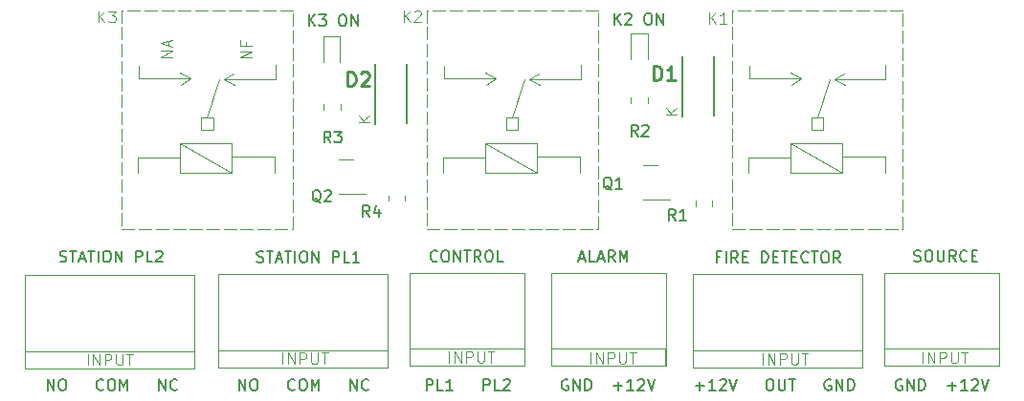
<source format=gbr>
%TF.GenerationSoftware,KiCad,Pcbnew,7.0.2*%
%TF.CreationDate,2023-08-09T10:06:03-03:00*%
%TF.ProjectId,PCB_Incendio,5043425f-496e-4636-956e-64696f2e6b69,rev?*%
%TF.SameCoordinates,Original*%
%TF.FileFunction,Legend,Top*%
%TF.FilePolarity,Positive*%
%FSLAX46Y46*%
G04 Gerber Fmt 4.6, Leading zero omitted, Abs format (unit mm)*
G04 Created by KiCad (PCBNEW 7.0.2) date 2023-08-09 10:06:03*
%MOMM*%
%LPD*%
G01*
G04 APERTURE LIST*
%ADD10C,0.200000*%
%ADD11C,0.100000*%
%ADD12C,0.150000*%
%ADD13C,0.254000*%
%ADD14C,0.120000*%
G04 APERTURE END LIST*
D10*
X225860476Y-80940000D02*
X226003333Y-80987619D01*
X226003333Y-80987619D02*
X226241428Y-80987619D01*
X226241428Y-80987619D02*
X226336666Y-80940000D01*
X226336666Y-80940000D02*
X226384285Y-80892380D01*
X226384285Y-80892380D02*
X226431904Y-80797142D01*
X226431904Y-80797142D02*
X226431904Y-80701904D01*
X226431904Y-80701904D02*
X226384285Y-80606666D01*
X226384285Y-80606666D02*
X226336666Y-80559047D01*
X226336666Y-80559047D02*
X226241428Y-80511428D01*
X226241428Y-80511428D02*
X226050952Y-80463809D01*
X226050952Y-80463809D02*
X225955714Y-80416190D01*
X225955714Y-80416190D02*
X225908095Y-80368571D01*
X225908095Y-80368571D02*
X225860476Y-80273333D01*
X225860476Y-80273333D02*
X225860476Y-80178095D01*
X225860476Y-80178095D02*
X225908095Y-80082857D01*
X225908095Y-80082857D02*
X225955714Y-80035238D01*
X225955714Y-80035238D02*
X226050952Y-79987619D01*
X226050952Y-79987619D02*
X226289047Y-79987619D01*
X226289047Y-79987619D02*
X226431904Y-80035238D01*
X227050952Y-79987619D02*
X227241428Y-79987619D01*
X227241428Y-79987619D02*
X227336666Y-80035238D01*
X227336666Y-80035238D02*
X227431904Y-80130476D01*
X227431904Y-80130476D02*
X227479523Y-80320952D01*
X227479523Y-80320952D02*
X227479523Y-80654285D01*
X227479523Y-80654285D02*
X227431904Y-80844761D01*
X227431904Y-80844761D02*
X227336666Y-80940000D01*
X227336666Y-80940000D02*
X227241428Y-80987619D01*
X227241428Y-80987619D02*
X227050952Y-80987619D01*
X227050952Y-80987619D02*
X226955714Y-80940000D01*
X226955714Y-80940000D02*
X226860476Y-80844761D01*
X226860476Y-80844761D02*
X226812857Y-80654285D01*
X226812857Y-80654285D02*
X226812857Y-80320952D01*
X226812857Y-80320952D02*
X226860476Y-80130476D01*
X226860476Y-80130476D02*
X226955714Y-80035238D01*
X226955714Y-80035238D02*
X227050952Y-79987619D01*
X227908095Y-79987619D02*
X227908095Y-80797142D01*
X227908095Y-80797142D02*
X227955714Y-80892380D01*
X227955714Y-80892380D02*
X228003333Y-80940000D01*
X228003333Y-80940000D02*
X228098571Y-80987619D01*
X228098571Y-80987619D02*
X228289047Y-80987619D01*
X228289047Y-80987619D02*
X228384285Y-80940000D01*
X228384285Y-80940000D02*
X228431904Y-80892380D01*
X228431904Y-80892380D02*
X228479523Y-80797142D01*
X228479523Y-80797142D02*
X228479523Y-79987619D01*
X229527142Y-80987619D02*
X229193809Y-80511428D01*
X228955714Y-80987619D02*
X228955714Y-79987619D01*
X228955714Y-79987619D02*
X229336666Y-79987619D01*
X229336666Y-79987619D02*
X229431904Y-80035238D01*
X229431904Y-80035238D02*
X229479523Y-80082857D01*
X229479523Y-80082857D02*
X229527142Y-80178095D01*
X229527142Y-80178095D02*
X229527142Y-80320952D01*
X229527142Y-80320952D02*
X229479523Y-80416190D01*
X229479523Y-80416190D02*
X229431904Y-80463809D01*
X229431904Y-80463809D02*
X229336666Y-80511428D01*
X229336666Y-80511428D02*
X228955714Y-80511428D01*
X230527142Y-80892380D02*
X230479523Y-80940000D01*
X230479523Y-80940000D02*
X230336666Y-80987619D01*
X230336666Y-80987619D02*
X230241428Y-80987619D01*
X230241428Y-80987619D02*
X230098571Y-80940000D01*
X230098571Y-80940000D02*
X230003333Y-80844761D01*
X230003333Y-80844761D02*
X229955714Y-80749523D01*
X229955714Y-80749523D02*
X229908095Y-80559047D01*
X229908095Y-80559047D02*
X229908095Y-80416190D01*
X229908095Y-80416190D02*
X229955714Y-80225714D01*
X229955714Y-80225714D02*
X230003333Y-80130476D01*
X230003333Y-80130476D02*
X230098571Y-80035238D01*
X230098571Y-80035238D02*
X230241428Y-79987619D01*
X230241428Y-79987619D02*
X230336666Y-79987619D01*
X230336666Y-79987619D02*
X230479523Y-80035238D01*
X230479523Y-80035238D02*
X230527142Y-80082857D01*
X230955714Y-80463809D02*
X231289047Y-80463809D01*
X231431904Y-80987619D02*
X230955714Y-80987619D01*
X230955714Y-80987619D02*
X230955714Y-79987619D01*
X230955714Y-79987619D02*
X231431904Y-79987619D01*
X149168095Y-92397619D02*
X149168095Y-91397619D01*
X149168095Y-91397619D02*
X149739523Y-92397619D01*
X149739523Y-92397619D02*
X149739523Y-91397619D01*
X150406190Y-91397619D02*
X150596666Y-91397619D01*
X150596666Y-91397619D02*
X150691904Y-91445238D01*
X150691904Y-91445238D02*
X150787142Y-91540476D01*
X150787142Y-91540476D02*
X150834761Y-91730952D01*
X150834761Y-91730952D02*
X150834761Y-92064285D01*
X150834761Y-92064285D02*
X150787142Y-92254761D01*
X150787142Y-92254761D02*
X150691904Y-92350000D01*
X150691904Y-92350000D02*
X150596666Y-92397619D01*
X150596666Y-92397619D02*
X150406190Y-92397619D01*
X150406190Y-92397619D02*
X150310952Y-92350000D01*
X150310952Y-92350000D02*
X150215714Y-92254761D01*
X150215714Y-92254761D02*
X150168095Y-92064285D01*
X150168095Y-92064285D02*
X150168095Y-91730952D01*
X150168095Y-91730952D02*
X150215714Y-91540476D01*
X150215714Y-91540476D02*
X150310952Y-91445238D01*
X150310952Y-91445238D02*
X150406190Y-91397619D01*
X154120476Y-92302380D02*
X154072857Y-92350000D01*
X154072857Y-92350000D02*
X153930000Y-92397619D01*
X153930000Y-92397619D02*
X153834762Y-92397619D01*
X153834762Y-92397619D02*
X153691905Y-92350000D01*
X153691905Y-92350000D02*
X153596667Y-92254761D01*
X153596667Y-92254761D02*
X153549048Y-92159523D01*
X153549048Y-92159523D02*
X153501429Y-91969047D01*
X153501429Y-91969047D02*
X153501429Y-91826190D01*
X153501429Y-91826190D02*
X153549048Y-91635714D01*
X153549048Y-91635714D02*
X153596667Y-91540476D01*
X153596667Y-91540476D02*
X153691905Y-91445238D01*
X153691905Y-91445238D02*
X153834762Y-91397619D01*
X153834762Y-91397619D02*
X153930000Y-91397619D01*
X153930000Y-91397619D02*
X154072857Y-91445238D01*
X154072857Y-91445238D02*
X154120476Y-91492857D01*
X154739524Y-91397619D02*
X154930000Y-91397619D01*
X154930000Y-91397619D02*
X155025238Y-91445238D01*
X155025238Y-91445238D02*
X155120476Y-91540476D01*
X155120476Y-91540476D02*
X155168095Y-91730952D01*
X155168095Y-91730952D02*
X155168095Y-92064285D01*
X155168095Y-92064285D02*
X155120476Y-92254761D01*
X155120476Y-92254761D02*
X155025238Y-92350000D01*
X155025238Y-92350000D02*
X154930000Y-92397619D01*
X154930000Y-92397619D02*
X154739524Y-92397619D01*
X154739524Y-92397619D02*
X154644286Y-92350000D01*
X154644286Y-92350000D02*
X154549048Y-92254761D01*
X154549048Y-92254761D02*
X154501429Y-92064285D01*
X154501429Y-92064285D02*
X154501429Y-91730952D01*
X154501429Y-91730952D02*
X154549048Y-91540476D01*
X154549048Y-91540476D02*
X154644286Y-91445238D01*
X154644286Y-91445238D02*
X154739524Y-91397619D01*
X155596667Y-92397619D02*
X155596667Y-91397619D01*
X155596667Y-91397619D02*
X155930000Y-92111904D01*
X155930000Y-92111904D02*
X156263333Y-91397619D01*
X156263333Y-91397619D02*
X156263333Y-92397619D01*
X159025239Y-92397619D02*
X159025239Y-91397619D01*
X159025239Y-91397619D02*
X159596667Y-92397619D01*
X159596667Y-92397619D02*
X159596667Y-91397619D01*
X160644286Y-92302380D02*
X160596667Y-92350000D01*
X160596667Y-92350000D02*
X160453810Y-92397619D01*
X160453810Y-92397619D02*
X160358572Y-92397619D01*
X160358572Y-92397619D02*
X160215715Y-92350000D01*
X160215715Y-92350000D02*
X160120477Y-92254761D01*
X160120477Y-92254761D02*
X160072858Y-92159523D01*
X160072858Y-92159523D02*
X160025239Y-91969047D01*
X160025239Y-91969047D02*
X160025239Y-91826190D01*
X160025239Y-91826190D02*
X160072858Y-91635714D01*
X160072858Y-91635714D02*
X160120477Y-91540476D01*
X160120477Y-91540476D02*
X160215715Y-91445238D01*
X160215715Y-91445238D02*
X160358572Y-91397619D01*
X160358572Y-91397619D02*
X160453810Y-91397619D01*
X160453810Y-91397619D02*
X160596667Y-91445238D01*
X160596667Y-91445238D02*
X160644286Y-91492857D01*
X206518095Y-92016666D02*
X207280000Y-92016666D01*
X206899047Y-92397619D02*
X206899047Y-91635714D01*
X208279999Y-92397619D02*
X207708571Y-92397619D01*
X207994285Y-92397619D02*
X207994285Y-91397619D01*
X207994285Y-91397619D02*
X207899047Y-91540476D01*
X207899047Y-91540476D02*
X207803809Y-91635714D01*
X207803809Y-91635714D02*
X207708571Y-91683333D01*
X208660952Y-91492857D02*
X208708571Y-91445238D01*
X208708571Y-91445238D02*
X208803809Y-91397619D01*
X208803809Y-91397619D02*
X209041904Y-91397619D01*
X209041904Y-91397619D02*
X209137142Y-91445238D01*
X209137142Y-91445238D02*
X209184761Y-91492857D01*
X209184761Y-91492857D02*
X209232380Y-91588095D01*
X209232380Y-91588095D02*
X209232380Y-91683333D01*
X209232380Y-91683333D02*
X209184761Y-91826190D01*
X209184761Y-91826190D02*
X208613333Y-92397619D01*
X208613333Y-92397619D02*
X209232380Y-92397619D01*
X209518095Y-91397619D02*
X209851428Y-92397619D01*
X209851428Y-92397619D02*
X210184761Y-91397619D01*
X212994286Y-91397619D02*
X213184762Y-91397619D01*
X213184762Y-91397619D02*
X213280000Y-91445238D01*
X213280000Y-91445238D02*
X213375238Y-91540476D01*
X213375238Y-91540476D02*
X213422857Y-91730952D01*
X213422857Y-91730952D02*
X213422857Y-92064285D01*
X213422857Y-92064285D02*
X213375238Y-92254761D01*
X213375238Y-92254761D02*
X213280000Y-92350000D01*
X213280000Y-92350000D02*
X213184762Y-92397619D01*
X213184762Y-92397619D02*
X212994286Y-92397619D01*
X212994286Y-92397619D02*
X212899048Y-92350000D01*
X212899048Y-92350000D02*
X212803810Y-92254761D01*
X212803810Y-92254761D02*
X212756191Y-92064285D01*
X212756191Y-92064285D02*
X212756191Y-91730952D01*
X212756191Y-91730952D02*
X212803810Y-91540476D01*
X212803810Y-91540476D02*
X212899048Y-91445238D01*
X212899048Y-91445238D02*
X212994286Y-91397619D01*
X213851429Y-91397619D02*
X213851429Y-92207142D01*
X213851429Y-92207142D02*
X213899048Y-92302380D01*
X213899048Y-92302380D02*
X213946667Y-92350000D01*
X213946667Y-92350000D02*
X214041905Y-92397619D01*
X214041905Y-92397619D02*
X214232381Y-92397619D01*
X214232381Y-92397619D02*
X214327619Y-92350000D01*
X214327619Y-92350000D02*
X214375238Y-92302380D01*
X214375238Y-92302380D02*
X214422857Y-92207142D01*
X214422857Y-92207142D02*
X214422857Y-91397619D01*
X214756191Y-91397619D02*
X215327619Y-91397619D01*
X215041905Y-92397619D02*
X215041905Y-91397619D01*
X218470477Y-91445238D02*
X218375239Y-91397619D01*
X218375239Y-91397619D02*
X218232382Y-91397619D01*
X218232382Y-91397619D02*
X218089525Y-91445238D01*
X218089525Y-91445238D02*
X217994287Y-91540476D01*
X217994287Y-91540476D02*
X217946668Y-91635714D01*
X217946668Y-91635714D02*
X217899049Y-91826190D01*
X217899049Y-91826190D02*
X217899049Y-91969047D01*
X217899049Y-91969047D02*
X217946668Y-92159523D01*
X217946668Y-92159523D02*
X217994287Y-92254761D01*
X217994287Y-92254761D02*
X218089525Y-92350000D01*
X218089525Y-92350000D02*
X218232382Y-92397619D01*
X218232382Y-92397619D02*
X218327620Y-92397619D01*
X218327620Y-92397619D02*
X218470477Y-92350000D01*
X218470477Y-92350000D02*
X218518096Y-92302380D01*
X218518096Y-92302380D02*
X218518096Y-91969047D01*
X218518096Y-91969047D02*
X218327620Y-91969047D01*
X218946668Y-92397619D02*
X218946668Y-91397619D01*
X218946668Y-91397619D02*
X219518096Y-92397619D01*
X219518096Y-92397619D02*
X219518096Y-91397619D01*
X219994287Y-92397619D02*
X219994287Y-91397619D01*
X219994287Y-91397619D02*
X220232382Y-91397619D01*
X220232382Y-91397619D02*
X220375239Y-91445238D01*
X220375239Y-91445238D02*
X220470477Y-91540476D01*
X220470477Y-91540476D02*
X220518096Y-91635714D01*
X220518096Y-91635714D02*
X220565715Y-91826190D01*
X220565715Y-91826190D02*
X220565715Y-91969047D01*
X220565715Y-91969047D02*
X220518096Y-92159523D01*
X220518096Y-92159523D02*
X220470477Y-92254761D01*
X220470477Y-92254761D02*
X220375239Y-92350000D01*
X220375239Y-92350000D02*
X220232382Y-92397619D01*
X220232382Y-92397619D02*
X219994287Y-92397619D01*
X166108095Y-92397619D02*
X166108095Y-91397619D01*
X166108095Y-91397619D02*
X166679523Y-92397619D01*
X166679523Y-92397619D02*
X166679523Y-91397619D01*
X167346190Y-91397619D02*
X167536666Y-91397619D01*
X167536666Y-91397619D02*
X167631904Y-91445238D01*
X167631904Y-91445238D02*
X167727142Y-91540476D01*
X167727142Y-91540476D02*
X167774761Y-91730952D01*
X167774761Y-91730952D02*
X167774761Y-92064285D01*
X167774761Y-92064285D02*
X167727142Y-92254761D01*
X167727142Y-92254761D02*
X167631904Y-92350000D01*
X167631904Y-92350000D02*
X167536666Y-92397619D01*
X167536666Y-92397619D02*
X167346190Y-92397619D01*
X167346190Y-92397619D02*
X167250952Y-92350000D01*
X167250952Y-92350000D02*
X167155714Y-92254761D01*
X167155714Y-92254761D02*
X167108095Y-92064285D01*
X167108095Y-92064285D02*
X167108095Y-91730952D01*
X167108095Y-91730952D02*
X167155714Y-91540476D01*
X167155714Y-91540476D02*
X167250952Y-91445238D01*
X167250952Y-91445238D02*
X167346190Y-91397619D01*
X171060476Y-92302380D02*
X171012857Y-92350000D01*
X171012857Y-92350000D02*
X170870000Y-92397619D01*
X170870000Y-92397619D02*
X170774762Y-92397619D01*
X170774762Y-92397619D02*
X170631905Y-92350000D01*
X170631905Y-92350000D02*
X170536667Y-92254761D01*
X170536667Y-92254761D02*
X170489048Y-92159523D01*
X170489048Y-92159523D02*
X170441429Y-91969047D01*
X170441429Y-91969047D02*
X170441429Y-91826190D01*
X170441429Y-91826190D02*
X170489048Y-91635714D01*
X170489048Y-91635714D02*
X170536667Y-91540476D01*
X170536667Y-91540476D02*
X170631905Y-91445238D01*
X170631905Y-91445238D02*
X170774762Y-91397619D01*
X170774762Y-91397619D02*
X170870000Y-91397619D01*
X170870000Y-91397619D02*
X171012857Y-91445238D01*
X171012857Y-91445238D02*
X171060476Y-91492857D01*
X171679524Y-91397619D02*
X171870000Y-91397619D01*
X171870000Y-91397619D02*
X171965238Y-91445238D01*
X171965238Y-91445238D02*
X172060476Y-91540476D01*
X172060476Y-91540476D02*
X172108095Y-91730952D01*
X172108095Y-91730952D02*
X172108095Y-92064285D01*
X172108095Y-92064285D02*
X172060476Y-92254761D01*
X172060476Y-92254761D02*
X171965238Y-92350000D01*
X171965238Y-92350000D02*
X171870000Y-92397619D01*
X171870000Y-92397619D02*
X171679524Y-92397619D01*
X171679524Y-92397619D02*
X171584286Y-92350000D01*
X171584286Y-92350000D02*
X171489048Y-92254761D01*
X171489048Y-92254761D02*
X171441429Y-92064285D01*
X171441429Y-92064285D02*
X171441429Y-91730952D01*
X171441429Y-91730952D02*
X171489048Y-91540476D01*
X171489048Y-91540476D02*
X171584286Y-91445238D01*
X171584286Y-91445238D02*
X171679524Y-91397619D01*
X172536667Y-92397619D02*
X172536667Y-91397619D01*
X172536667Y-91397619D02*
X172870000Y-92111904D01*
X172870000Y-92111904D02*
X173203333Y-91397619D01*
X173203333Y-91397619D02*
X173203333Y-92397619D01*
X175965239Y-92397619D02*
X175965239Y-91397619D01*
X175965239Y-91397619D02*
X176536667Y-92397619D01*
X176536667Y-92397619D02*
X176536667Y-91397619D01*
X177584286Y-92302380D02*
X177536667Y-92350000D01*
X177536667Y-92350000D02*
X177393810Y-92397619D01*
X177393810Y-92397619D02*
X177298572Y-92397619D01*
X177298572Y-92397619D02*
X177155715Y-92350000D01*
X177155715Y-92350000D02*
X177060477Y-92254761D01*
X177060477Y-92254761D02*
X177012858Y-92159523D01*
X177012858Y-92159523D02*
X176965239Y-91969047D01*
X176965239Y-91969047D02*
X176965239Y-91826190D01*
X176965239Y-91826190D02*
X177012858Y-91635714D01*
X177012858Y-91635714D02*
X177060477Y-91540476D01*
X177060477Y-91540476D02*
X177155715Y-91445238D01*
X177155715Y-91445238D02*
X177298572Y-91397619D01*
X177298572Y-91397619D02*
X177393810Y-91397619D01*
X177393810Y-91397619D02*
X177536667Y-91445238D01*
X177536667Y-91445238D02*
X177584286Y-91492857D01*
X224751904Y-91445238D02*
X224656666Y-91397619D01*
X224656666Y-91397619D02*
X224513809Y-91397619D01*
X224513809Y-91397619D02*
X224370952Y-91445238D01*
X224370952Y-91445238D02*
X224275714Y-91540476D01*
X224275714Y-91540476D02*
X224228095Y-91635714D01*
X224228095Y-91635714D02*
X224180476Y-91826190D01*
X224180476Y-91826190D02*
X224180476Y-91969047D01*
X224180476Y-91969047D02*
X224228095Y-92159523D01*
X224228095Y-92159523D02*
X224275714Y-92254761D01*
X224275714Y-92254761D02*
X224370952Y-92350000D01*
X224370952Y-92350000D02*
X224513809Y-92397619D01*
X224513809Y-92397619D02*
X224609047Y-92397619D01*
X224609047Y-92397619D02*
X224751904Y-92350000D01*
X224751904Y-92350000D02*
X224799523Y-92302380D01*
X224799523Y-92302380D02*
X224799523Y-91969047D01*
X224799523Y-91969047D02*
X224609047Y-91969047D01*
X225228095Y-92397619D02*
X225228095Y-91397619D01*
X225228095Y-91397619D02*
X225799523Y-92397619D01*
X225799523Y-92397619D02*
X225799523Y-91397619D01*
X226275714Y-92397619D02*
X226275714Y-91397619D01*
X226275714Y-91397619D02*
X226513809Y-91397619D01*
X226513809Y-91397619D02*
X226656666Y-91445238D01*
X226656666Y-91445238D02*
X226751904Y-91540476D01*
X226751904Y-91540476D02*
X226799523Y-91635714D01*
X226799523Y-91635714D02*
X226847142Y-91826190D01*
X226847142Y-91826190D02*
X226847142Y-91969047D01*
X226847142Y-91969047D02*
X226799523Y-92159523D01*
X226799523Y-92159523D02*
X226751904Y-92254761D01*
X226751904Y-92254761D02*
X226656666Y-92350000D01*
X226656666Y-92350000D02*
X226513809Y-92397619D01*
X226513809Y-92397619D02*
X226275714Y-92397619D01*
X228799524Y-92016666D02*
X229561429Y-92016666D01*
X229180476Y-92397619D02*
X229180476Y-91635714D01*
X230561428Y-92397619D02*
X229990000Y-92397619D01*
X230275714Y-92397619D02*
X230275714Y-91397619D01*
X230275714Y-91397619D02*
X230180476Y-91540476D01*
X230180476Y-91540476D02*
X230085238Y-91635714D01*
X230085238Y-91635714D02*
X229990000Y-91683333D01*
X230942381Y-91492857D02*
X230990000Y-91445238D01*
X230990000Y-91445238D02*
X231085238Y-91397619D01*
X231085238Y-91397619D02*
X231323333Y-91397619D01*
X231323333Y-91397619D02*
X231418571Y-91445238D01*
X231418571Y-91445238D02*
X231466190Y-91492857D01*
X231466190Y-91492857D02*
X231513809Y-91588095D01*
X231513809Y-91588095D02*
X231513809Y-91683333D01*
X231513809Y-91683333D02*
X231466190Y-91826190D01*
X231466190Y-91826190D02*
X230894762Y-92397619D01*
X230894762Y-92397619D02*
X231513809Y-92397619D01*
X231799524Y-91397619D02*
X232132857Y-92397619D01*
X232132857Y-92397619D02*
X232466190Y-91397619D01*
X182698095Y-92397619D02*
X182698095Y-91397619D01*
X182698095Y-91397619D02*
X183079047Y-91397619D01*
X183079047Y-91397619D02*
X183174285Y-91445238D01*
X183174285Y-91445238D02*
X183221904Y-91492857D01*
X183221904Y-91492857D02*
X183269523Y-91588095D01*
X183269523Y-91588095D02*
X183269523Y-91730952D01*
X183269523Y-91730952D02*
X183221904Y-91826190D01*
X183221904Y-91826190D02*
X183174285Y-91873809D01*
X183174285Y-91873809D02*
X183079047Y-91921428D01*
X183079047Y-91921428D02*
X182698095Y-91921428D01*
X184174285Y-92397619D02*
X183698095Y-92397619D01*
X183698095Y-92397619D02*
X183698095Y-91397619D01*
X185031428Y-92397619D02*
X184460000Y-92397619D01*
X184745714Y-92397619D02*
X184745714Y-91397619D01*
X184745714Y-91397619D02*
X184650476Y-91540476D01*
X184650476Y-91540476D02*
X184555238Y-91635714D01*
X184555238Y-91635714D02*
X184460000Y-91683333D01*
X187745715Y-92397619D02*
X187745715Y-91397619D01*
X187745715Y-91397619D02*
X188126667Y-91397619D01*
X188126667Y-91397619D02*
X188221905Y-91445238D01*
X188221905Y-91445238D02*
X188269524Y-91492857D01*
X188269524Y-91492857D02*
X188317143Y-91588095D01*
X188317143Y-91588095D02*
X188317143Y-91730952D01*
X188317143Y-91730952D02*
X188269524Y-91826190D01*
X188269524Y-91826190D02*
X188221905Y-91873809D01*
X188221905Y-91873809D02*
X188126667Y-91921428D01*
X188126667Y-91921428D02*
X187745715Y-91921428D01*
X189221905Y-92397619D02*
X188745715Y-92397619D01*
X188745715Y-92397619D02*
X188745715Y-91397619D01*
X189507620Y-91492857D02*
X189555239Y-91445238D01*
X189555239Y-91445238D02*
X189650477Y-91397619D01*
X189650477Y-91397619D02*
X189888572Y-91397619D01*
X189888572Y-91397619D02*
X189983810Y-91445238D01*
X189983810Y-91445238D02*
X190031429Y-91492857D01*
X190031429Y-91492857D02*
X190079048Y-91588095D01*
X190079048Y-91588095D02*
X190079048Y-91683333D01*
X190079048Y-91683333D02*
X190031429Y-91826190D01*
X190031429Y-91826190D02*
X189460001Y-92397619D01*
X189460001Y-92397619D02*
X190079048Y-92397619D01*
X196230476Y-80711904D02*
X196706666Y-80711904D01*
X196135238Y-80997619D02*
X196468571Y-79997619D01*
X196468571Y-79997619D02*
X196801904Y-80997619D01*
X197611428Y-80997619D02*
X197135238Y-80997619D01*
X197135238Y-80997619D02*
X197135238Y-79997619D01*
X197897143Y-80711904D02*
X198373333Y-80711904D01*
X197801905Y-80997619D02*
X198135238Y-79997619D01*
X198135238Y-79997619D02*
X198468571Y-80997619D01*
X199373333Y-80997619D02*
X199040000Y-80521428D01*
X198801905Y-80997619D02*
X198801905Y-79997619D01*
X198801905Y-79997619D02*
X199182857Y-79997619D01*
X199182857Y-79997619D02*
X199278095Y-80045238D01*
X199278095Y-80045238D02*
X199325714Y-80092857D01*
X199325714Y-80092857D02*
X199373333Y-80188095D01*
X199373333Y-80188095D02*
X199373333Y-80330952D01*
X199373333Y-80330952D02*
X199325714Y-80426190D01*
X199325714Y-80426190D02*
X199278095Y-80473809D01*
X199278095Y-80473809D02*
X199182857Y-80521428D01*
X199182857Y-80521428D02*
X198801905Y-80521428D01*
X199801905Y-80997619D02*
X199801905Y-79997619D01*
X199801905Y-79997619D02*
X200135238Y-80711904D01*
X200135238Y-80711904D02*
X200468571Y-79997619D01*
X200468571Y-79997619D02*
X200468571Y-80997619D01*
X208681428Y-80563809D02*
X208348095Y-80563809D01*
X208348095Y-81087619D02*
X208348095Y-80087619D01*
X208348095Y-80087619D02*
X208824285Y-80087619D01*
X209205238Y-81087619D02*
X209205238Y-80087619D01*
X210252856Y-81087619D02*
X209919523Y-80611428D01*
X209681428Y-81087619D02*
X209681428Y-80087619D01*
X209681428Y-80087619D02*
X210062380Y-80087619D01*
X210062380Y-80087619D02*
X210157618Y-80135238D01*
X210157618Y-80135238D02*
X210205237Y-80182857D01*
X210205237Y-80182857D02*
X210252856Y-80278095D01*
X210252856Y-80278095D02*
X210252856Y-80420952D01*
X210252856Y-80420952D02*
X210205237Y-80516190D01*
X210205237Y-80516190D02*
X210157618Y-80563809D01*
X210157618Y-80563809D02*
X210062380Y-80611428D01*
X210062380Y-80611428D02*
X209681428Y-80611428D01*
X210681428Y-80563809D02*
X211014761Y-80563809D01*
X211157618Y-81087619D02*
X210681428Y-81087619D01*
X210681428Y-81087619D02*
X210681428Y-80087619D01*
X210681428Y-80087619D02*
X211157618Y-80087619D01*
X212348095Y-81087619D02*
X212348095Y-80087619D01*
X212348095Y-80087619D02*
X212586190Y-80087619D01*
X212586190Y-80087619D02*
X212729047Y-80135238D01*
X212729047Y-80135238D02*
X212824285Y-80230476D01*
X212824285Y-80230476D02*
X212871904Y-80325714D01*
X212871904Y-80325714D02*
X212919523Y-80516190D01*
X212919523Y-80516190D02*
X212919523Y-80659047D01*
X212919523Y-80659047D02*
X212871904Y-80849523D01*
X212871904Y-80849523D02*
X212824285Y-80944761D01*
X212824285Y-80944761D02*
X212729047Y-81040000D01*
X212729047Y-81040000D02*
X212586190Y-81087619D01*
X212586190Y-81087619D02*
X212348095Y-81087619D01*
X213348095Y-80563809D02*
X213681428Y-80563809D01*
X213824285Y-81087619D02*
X213348095Y-81087619D01*
X213348095Y-81087619D02*
X213348095Y-80087619D01*
X213348095Y-80087619D02*
X213824285Y-80087619D01*
X214110000Y-80087619D02*
X214681428Y-80087619D01*
X214395714Y-81087619D02*
X214395714Y-80087619D01*
X215014762Y-80563809D02*
X215348095Y-80563809D01*
X215490952Y-81087619D02*
X215014762Y-81087619D01*
X215014762Y-81087619D02*
X215014762Y-80087619D01*
X215014762Y-80087619D02*
X215490952Y-80087619D01*
X216490952Y-80992380D02*
X216443333Y-81040000D01*
X216443333Y-81040000D02*
X216300476Y-81087619D01*
X216300476Y-81087619D02*
X216205238Y-81087619D01*
X216205238Y-81087619D02*
X216062381Y-81040000D01*
X216062381Y-81040000D02*
X215967143Y-80944761D01*
X215967143Y-80944761D02*
X215919524Y-80849523D01*
X215919524Y-80849523D02*
X215871905Y-80659047D01*
X215871905Y-80659047D02*
X215871905Y-80516190D01*
X215871905Y-80516190D02*
X215919524Y-80325714D01*
X215919524Y-80325714D02*
X215967143Y-80230476D01*
X215967143Y-80230476D02*
X216062381Y-80135238D01*
X216062381Y-80135238D02*
X216205238Y-80087619D01*
X216205238Y-80087619D02*
X216300476Y-80087619D01*
X216300476Y-80087619D02*
X216443333Y-80135238D01*
X216443333Y-80135238D02*
X216490952Y-80182857D01*
X216776667Y-80087619D02*
X217348095Y-80087619D01*
X217062381Y-81087619D02*
X217062381Y-80087619D01*
X217871905Y-80087619D02*
X218062381Y-80087619D01*
X218062381Y-80087619D02*
X218157619Y-80135238D01*
X218157619Y-80135238D02*
X218252857Y-80230476D01*
X218252857Y-80230476D02*
X218300476Y-80420952D01*
X218300476Y-80420952D02*
X218300476Y-80754285D01*
X218300476Y-80754285D02*
X218252857Y-80944761D01*
X218252857Y-80944761D02*
X218157619Y-81040000D01*
X218157619Y-81040000D02*
X218062381Y-81087619D01*
X218062381Y-81087619D02*
X217871905Y-81087619D01*
X217871905Y-81087619D02*
X217776667Y-81040000D01*
X217776667Y-81040000D02*
X217681429Y-80944761D01*
X217681429Y-80944761D02*
X217633810Y-80754285D01*
X217633810Y-80754285D02*
X217633810Y-80420952D01*
X217633810Y-80420952D02*
X217681429Y-80230476D01*
X217681429Y-80230476D02*
X217776667Y-80135238D01*
X217776667Y-80135238D02*
X217871905Y-80087619D01*
X219300476Y-81087619D02*
X218967143Y-80611428D01*
X218729048Y-81087619D02*
X218729048Y-80087619D01*
X218729048Y-80087619D02*
X219110000Y-80087619D01*
X219110000Y-80087619D02*
X219205238Y-80135238D01*
X219205238Y-80135238D02*
X219252857Y-80182857D01*
X219252857Y-80182857D02*
X219300476Y-80278095D01*
X219300476Y-80278095D02*
X219300476Y-80420952D01*
X219300476Y-80420952D02*
X219252857Y-80516190D01*
X219252857Y-80516190D02*
X219205238Y-80563809D01*
X219205238Y-80563809D02*
X219110000Y-80611428D01*
X219110000Y-80611428D02*
X218729048Y-80611428D01*
X183659523Y-80902380D02*
X183611904Y-80950000D01*
X183611904Y-80950000D02*
X183469047Y-80997619D01*
X183469047Y-80997619D02*
X183373809Y-80997619D01*
X183373809Y-80997619D02*
X183230952Y-80950000D01*
X183230952Y-80950000D02*
X183135714Y-80854761D01*
X183135714Y-80854761D02*
X183088095Y-80759523D01*
X183088095Y-80759523D02*
X183040476Y-80569047D01*
X183040476Y-80569047D02*
X183040476Y-80426190D01*
X183040476Y-80426190D02*
X183088095Y-80235714D01*
X183088095Y-80235714D02*
X183135714Y-80140476D01*
X183135714Y-80140476D02*
X183230952Y-80045238D01*
X183230952Y-80045238D02*
X183373809Y-79997619D01*
X183373809Y-79997619D02*
X183469047Y-79997619D01*
X183469047Y-79997619D02*
X183611904Y-80045238D01*
X183611904Y-80045238D02*
X183659523Y-80092857D01*
X184278571Y-79997619D02*
X184469047Y-79997619D01*
X184469047Y-79997619D02*
X184564285Y-80045238D01*
X184564285Y-80045238D02*
X184659523Y-80140476D01*
X184659523Y-80140476D02*
X184707142Y-80330952D01*
X184707142Y-80330952D02*
X184707142Y-80664285D01*
X184707142Y-80664285D02*
X184659523Y-80854761D01*
X184659523Y-80854761D02*
X184564285Y-80950000D01*
X184564285Y-80950000D02*
X184469047Y-80997619D01*
X184469047Y-80997619D02*
X184278571Y-80997619D01*
X184278571Y-80997619D02*
X184183333Y-80950000D01*
X184183333Y-80950000D02*
X184088095Y-80854761D01*
X184088095Y-80854761D02*
X184040476Y-80664285D01*
X184040476Y-80664285D02*
X184040476Y-80330952D01*
X184040476Y-80330952D02*
X184088095Y-80140476D01*
X184088095Y-80140476D02*
X184183333Y-80045238D01*
X184183333Y-80045238D02*
X184278571Y-79997619D01*
X185135714Y-80997619D02*
X185135714Y-79997619D01*
X185135714Y-79997619D02*
X185707142Y-80997619D01*
X185707142Y-80997619D02*
X185707142Y-79997619D01*
X186040476Y-79997619D02*
X186611904Y-79997619D01*
X186326190Y-80997619D02*
X186326190Y-79997619D01*
X187516666Y-80997619D02*
X187183333Y-80521428D01*
X186945238Y-80997619D02*
X186945238Y-79997619D01*
X186945238Y-79997619D02*
X187326190Y-79997619D01*
X187326190Y-79997619D02*
X187421428Y-80045238D01*
X187421428Y-80045238D02*
X187469047Y-80092857D01*
X187469047Y-80092857D02*
X187516666Y-80188095D01*
X187516666Y-80188095D02*
X187516666Y-80330952D01*
X187516666Y-80330952D02*
X187469047Y-80426190D01*
X187469047Y-80426190D02*
X187421428Y-80473809D01*
X187421428Y-80473809D02*
X187326190Y-80521428D01*
X187326190Y-80521428D02*
X186945238Y-80521428D01*
X188135714Y-79997619D02*
X188326190Y-79997619D01*
X188326190Y-79997619D02*
X188421428Y-80045238D01*
X188421428Y-80045238D02*
X188516666Y-80140476D01*
X188516666Y-80140476D02*
X188564285Y-80330952D01*
X188564285Y-80330952D02*
X188564285Y-80664285D01*
X188564285Y-80664285D02*
X188516666Y-80854761D01*
X188516666Y-80854761D02*
X188421428Y-80950000D01*
X188421428Y-80950000D02*
X188326190Y-80997619D01*
X188326190Y-80997619D02*
X188135714Y-80997619D01*
X188135714Y-80997619D02*
X188040476Y-80950000D01*
X188040476Y-80950000D02*
X187945238Y-80854761D01*
X187945238Y-80854761D02*
X187897619Y-80664285D01*
X187897619Y-80664285D02*
X187897619Y-80330952D01*
X187897619Y-80330952D02*
X187945238Y-80140476D01*
X187945238Y-80140476D02*
X188040476Y-80045238D01*
X188040476Y-80045238D02*
X188135714Y-79997619D01*
X189469047Y-80997619D02*
X188992857Y-80997619D01*
X188992857Y-80997619D02*
X188992857Y-79997619D01*
X167700476Y-81000000D02*
X167843333Y-81047619D01*
X167843333Y-81047619D02*
X168081428Y-81047619D01*
X168081428Y-81047619D02*
X168176666Y-81000000D01*
X168176666Y-81000000D02*
X168224285Y-80952380D01*
X168224285Y-80952380D02*
X168271904Y-80857142D01*
X168271904Y-80857142D02*
X168271904Y-80761904D01*
X168271904Y-80761904D02*
X168224285Y-80666666D01*
X168224285Y-80666666D02*
X168176666Y-80619047D01*
X168176666Y-80619047D02*
X168081428Y-80571428D01*
X168081428Y-80571428D02*
X167890952Y-80523809D01*
X167890952Y-80523809D02*
X167795714Y-80476190D01*
X167795714Y-80476190D02*
X167748095Y-80428571D01*
X167748095Y-80428571D02*
X167700476Y-80333333D01*
X167700476Y-80333333D02*
X167700476Y-80238095D01*
X167700476Y-80238095D02*
X167748095Y-80142857D01*
X167748095Y-80142857D02*
X167795714Y-80095238D01*
X167795714Y-80095238D02*
X167890952Y-80047619D01*
X167890952Y-80047619D02*
X168129047Y-80047619D01*
X168129047Y-80047619D02*
X168271904Y-80095238D01*
X168557619Y-80047619D02*
X169129047Y-80047619D01*
X168843333Y-81047619D02*
X168843333Y-80047619D01*
X169414762Y-80761904D02*
X169890952Y-80761904D01*
X169319524Y-81047619D02*
X169652857Y-80047619D01*
X169652857Y-80047619D02*
X169986190Y-81047619D01*
X170176667Y-80047619D02*
X170748095Y-80047619D01*
X170462381Y-81047619D02*
X170462381Y-80047619D01*
X171081429Y-81047619D02*
X171081429Y-80047619D01*
X171748095Y-80047619D02*
X171938571Y-80047619D01*
X171938571Y-80047619D02*
X172033809Y-80095238D01*
X172033809Y-80095238D02*
X172129047Y-80190476D01*
X172129047Y-80190476D02*
X172176666Y-80380952D01*
X172176666Y-80380952D02*
X172176666Y-80714285D01*
X172176666Y-80714285D02*
X172129047Y-80904761D01*
X172129047Y-80904761D02*
X172033809Y-81000000D01*
X172033809Y-81000000D02*
X171938571Y-81047619D01*
X171938571Y-81047619D02*
X171748095Y-81047619D01*
X171748095Y-81047619D02*
X171652857Y-81000000D01*
X171652857Y-81000000D02*
X171557619Y-80904761D01*
X171557619Y-80904761D02*
X171510000Y-80714285D01*
X171510000Y-80714285D02*
X171510000Y-80380952D01*
X171510000Y-80380952D02*
X171557619Y-80190476D01*
X171557619Y-80190476D02*
X171652857Y-80095238D01*
X171652857Y-80095238D02*
X171748095Y-80047619D01*
X172605238Y-81047619D02*
X172605238Y-80047619D01*
X172605238Y-80047619D02*
X173176666Y-81047619D01*
X173176666Y-81047619D02*
X173176666Y-80047619D01*
X174414762Y-81047619D02*
X174414762Y-80047619D01*
X174414762Y-80047619D02*
X174795714Y-80047619D01*
X174795714Y-80047619D02*
X174890952Y-80095238D01*
X174890952Y-80095238D02*
X174938571Y-80142857D01*
X174938571Y-80142857D02*
X174986190Y-80238095D01*
X174986190Y-80238095D02*
X174986190Y-80380952D01*
X174986190Y-80380952D02*
X174938571Y-80476190D01*
X174938571Y-80476190D02*
X174890952Y-80523809D01*
X174890952Y-80523809D02*
X174795714Y-80571428D01*
X174795714Y-80571428D02*
X174414762Y-80571428D01*
X175890952Y-81047619D02*
X175414762Y-81047619D01*
X175414762Y-81047619D02*
X175414762Y-80047619D01*
X176748095Y-81047619D02*
X176176667Y-81047619D01*
X176462381Y-81047619D02*
X176462381Y-80047619D01*
X176462381Y-80047619D02*
X176367143Y-80190476D01*
X176367143Y-80190476D02*
X176271905Y-80285714D01*
X176271905Y-80285714D02*
X176176667Y-80333333D01*
X150280476Y-80970000D02*
X150423333Y-81017619D01*
X150423333Y-81017619D02*
X150661428Y-81017619D01*
X150661428Y-81017619D02*
X150756666Y-80970000D01*
X150756666Y-80970000D02*
X150804285Y-80922380D01*
X150804285Y-80922380D02*
X150851904Y-80827142D01*
X150851904Y-80827142D02*
X150851904Y-80731904D01*
X150851904Y-80731904D02*
X150804285Y-80636666D01*
X150804285Y-80636666D02*
X150756666Y-80589047D01*
X150756666Y-80589047D02*
X150661428Y-80541428D01*
X150661428Y-80541428D02*
X150470952Y-80493809D01*
X150470952Y-80493809D02*
X150375714Y-80446190D01*
X150375714Y-80446190D02*
X150328095Y-80398571D01*
X150328095Y-80398571D02*
X150280476Y-80303333D01*
X150280476Y-80303333D02*
X150280476Y-80208095D01*
X150280476Y-80208095D02*
X150328095Y-80112857D01*
X150328095Y-80112857D02*
X150375714Y-80065238D01*
X150375714Y-80065238D02*
X150470952Y-80017619D01*
X150470952Y-80017619D02*
X150709047Y-80017619D01*
X150709047Y-80017619D02*
X150851904Y-80065238D01*
X151137619Y-80017619D02*
X151709047Y-80017619D01*
X151423333Y-81017619D02*
X151423333Y-80017619D01*
X151994762Y-80731904D02*
X152470952Y-80731904D01*
X151899524Y-81017619D02*
X152232857Y-80017619D01*
X152232857Y-80017619D02*
X152566190Y-81017619D01*
X152756667Y-80017619D02*
X153328095Y-80017619D01*
X153042381Y-81017619D02*
X153042381Y-80017619D01*
X153661429Y-81017619D02*
X153661429Y-80017619D01*
X154328095Y-80017619D02*
X154518571Y-80017619D01*
X154518571Y-80017619D02*
X154613809Y-80065238D01*
X154613809Y-80065238D02*
X154709047Y-80160476D01*
X154709047Y-80160476D02*
X154756666Y-80350952D01*
X154756666Y-80350952D02*
X154756666Y-80684285D01*
X154756666Y-80684285D02*
X154709047Y-80874761D01*
X154709047Y-80874761D02*
X154613809Y-80970000D01*
X154613809Y-80970000D02*
X154518571Y-81017619D01*
X154518571Y-81017619D02*
X154328095Y-81017619D01*
X154328095Y-81017619D02*
X154232857Y-80970000D01*
X154232857Y-80970000D02*
X154137619Y-80874761D01*
X154137619Y-80874761D02*
X154090000Y-80684285D01*
X154090000Y-80684285D02*
X154090000Y-80350952D01*
X154090000Y-80350952D02*
X154137619Y-80160476D01*
X154137619Y-80160476D02*
X154232857Y-80065238D01*
X154232857Y-80065238D02*
X154328095Y-80017619D01*
X155185238Y-81017619D02*
X155185238Y-80017619D01*
X155185238Y-80017619D02*
X155756666Y-81017619D01*
X155756666Y-81017619D02*
X155756666Y-80017619D01*
X156994762Y-81017619D02*
X156994762Y-80017619D01*
X156994762Y-80017619D02*
X157375714Y-80017619D01*
X157375714Y-80017619D02*
X157470952Y-80065238D01*
X157470952Y-80065238D02*
X157518571Y-80112857D01*
X157518571Y-80112857D02*
X157566190Y-80208095D01*
X157566190Y-80208095D02*
X157566190Y-80350952D01*
X157566190Y-80350952D02*
X157518571Y-80446190D01*
X157518571Y-80446190D02*
X157470952Y-80493809D01*
X157470952Y-80493809D02*
X157375714Y-80541428D01*
X157375714Y-80541428D02*
X156994762Y-80541428D01*
X158470952Y-81017619D02*
X157994762Y-81017619D01*
X157994762Y-81017619D02*
X157994762Y-80017619D01*
X158756667Y-80112857D02*
X158804286Y-80065238D01*
X158804286Y-80065238D02*
X158899524Y-80017619D01*
X158899524Y-80017619D02*
X159137619Y-80017619D01*
X159137619Y-80017619D02*
X159232857Y-80065238D01*
X159232857Y-80065238D02*
X159280476Y-80112857D01*
X159280476Y-80112857D02*
X159328095Y-80208095D01*
X159328095Y-80208095D02*
X159328095Y-80303333D01*
X159328095Y-80303333D02*
X159280476Y-80446190D01*
X159280476Y-80446190D02*
X158709048Y-81017619D01*
X158709048Y-81017619D02*
X159328095Y-81017619D01*
X199328095Y-59957619D02*
X199328095Y-58957619D01*
X199899523Y-59957619D02*
X199470952Y-59386190D01*
X199899523Y-58957619D02*
X199328095Y-59529047D01*
X200280476Y-59052857D02*
X200328095Y-59005238D01*
X200328095Y-59005238D02*
X200423333Y-58957619D01*
X200423333Y-58957619D02*
X200661428Y-58957619D01*
X200661428Y-58957619D02*
X200756666Y-59005238D01*
X200756666Y-59005238D02*
X200804285Y-59052857D01*
X200804285Y-59052857D02*
X200851904Y-59148095D01*
X200851904Y-59148095D02*
X200851904Y-59243333D01*
X200851904Y-59243333D02*
X200804285Y-59386190D01*
X200804285Y-59386190D02*
X200232857Y-59957619D01*
X200232857Y-59957619D02*
X200851904Y-59957619D01*
X202232857Y-58957619D02*
X202423333Y-58957619D01*
X202423333Y-58957619D02*
X202518571Y-59005238D01*
X202518571Y-59005238D02*
X202613809Y-59100476D01*
X202613809Y-59100476D02*
X202661428Y-59290952D01*
X202661428Y-59290952D02*
X202661428Y-59624285D01*
X202661428Y-59624285D02*
X202613809Y-59814761D01*
X202613809Y-59814761D02*
X202518571Y-59910000D01*
X202518571Y-59910000D02*
X202423333Y-59957619D01*
X202423333Y-59957619D02*
X202232857Y-59957619D01*
X202232857Y-59957619D02*
X202137619Y-59910000D01*
X202137619Y-59910000D02*
X202042381Y-59814761D01*
X202042381Y-59814761D02*
X201994762Y-59624285D01*
X201994762Y-59624285D02*
X201994762Y-59290952D01*
X201994762Y-59290952D02*
X202042381Y-59100476D01*
X202042381Y-59100476D02*
X202137619Y-59005238D01*
X202137619Y-59005238D02*
X202232857Y-58957619D01*
X203090000Y-59957619D02*
X203090000Y-58957619D01*
X203090000Y-58957619D02*
X203661428Y-59957619D01*
X203661428Y-59957619D02*
X203661428Y-58957619D01*
X172278095Y-60087619D02*
X172278095Y-59087619D01*
X172849523Y-60087619D02*
X172420952Y-59516190D01*
X172849523Y-59087619D02*
X172278095Y-59659047D01*
X173182857Y-59087619D02*
X173801904Y-59087619D01*
X173801904Y-59087619D02*
X173468571Y-59468571D01*
X173468571Y-59468571D02*
X173611428Y-59468571D01*
X173611428Y-59468571D02*
X173706666Y-59516190D01*
X173706666Y-59516190D02*
X173754285Y-59563809D01*
X173754285Y-59563809D02*
X173801904Y-59659047D01*
X173801904Y-59659047D02*
X173801904Y-59897142D01*
X173801904Y-59897142D02*
X173754285Y-59992380D01*
X173754285Y-59992380D02*
X173706666Y-60040000D01*
X173706666Y-60040000D02*
X173611428Y-60087619D01*
X173611428Y-60087619D02*
X173325714Y-60087619D01*
X173325714Y-60087619D02*
X173230476Y-60040000D01*
X173230476Y-60040000D02*
X173182857Y-59992380D01*
X175182857Y-59087619D02*
X175373333Y-59087619D01*
X175373333Y-59087619D02*
X175468571Y-59135238D01*
X175468571Y-59135238D02*
X175563809Y-59230476D01*
X175563809Y-59230476D02*
X175611428Y-59420952D01*
X175611428Y-59420952D02*
X175611428Y-59754285D01*
X175611428Y-59754285D02*
X175563809Y-59944761D01*
X175563809Y-59944761D02*
X175468571Y-60040000D01*
X175468571Y-60040000D02*
X175373333Y-60087619D01*
X175373333Y-60087619D02*
X175182857Y-60087619D01*
X175182857Y-60087619D02*
X175087619Y-60040000D01*
X175087619Y-60040000D02*
X174992381Y-59944761D01*
X174992381Y-59944761D02*
X174944762Y-59754285D01*
X174944762Y-59754285D02*
X174944762Y-59420952D01*
X174944762Y-59420952D02*
X174992381Y-59230476D01*
X174992381Y-59230476D02*
X175087619Y-59135238D01*
X175087619Y-59135238D02*
X175182857Y-59087619D01*
X176040000Y-60087619D02*
X176040000Y-59087619D01*
X176040000Y-59087619D02*
X176611428Y-60087619D01*
X176611428Y-60087619D02*
X176611428Y-59087619D01*
X195211904Y-91445238D02*
X195116666Y-91397619D01*
X195116666Y-91397619D02*
X194973809Y-91397619D01*
X194973809Y-91397619D02*
X194830952Y-91445238D01*
X194830952Y-91445238D02*
X194735714Y-91540476D01*
X194735714Y-91540476D02*
X194688095Y-91635714D01*
X194688095Y-91635714D02*
X194640476Y-91826190D01*
X194640476Y-91826190D02*
X194640476Y-91969047D01*
X194640476Y-91969047D02*
X194688095Y-92159523D01*
X194688095Y-92159523D02*
X194735714Y-92254761D01*
X194735714Y-92254761D02*
X194830952Y-92350000D01*
X194830952Y-92350000D02*
X194973809Y-92397619D01*
X194973809Y-92397619D02*
X195069047Y-92397619D01*
X195069047Y-92397619D02*
X195211904Y-92350000D01*
X195211904Y-92350000D02*
X195259523Y-92302380D01*
X195259523Y-92302380D02*
X195259523Y-91969047D01*
X195259523Y-91969047D02*
X195069047Y-91969047D01*
X195688095Y-92397619D02*
X195688095Y-91397619D01*
X195688095Y-91397619D02*
X196259523Y-92397619D01*
X196259523Y-92397619D02*
X196259523Y-91397619D01*
X196735714Y-92397619D02*
X196735714Y-91397619D01*
X196735714Y-91397619D02*
X196973809Y-91397619D01*
X196973809Y-91397619D02*
X197116666Y-91445238D01*
X197116666Y-91445238D02*
X197211904Y-91540476D01*
X197211904Y-91540476D02*
X197259523Y-91635714D01*
X197259523Y-91635714D02*
X197307142Y-91826190D01*
X197307142Y-91826190D02*
X197307142Y-91969047D01*
X197307142Y-91969047D02*
X197259523Y-92159523D01*
X197259523Y-92159523D02*
X197211904Y-92254761D01*
X197211904Y-92254761D02*
X197116666Y-92350000D01*
X197116666Y-92350000D02*
X196973809Y-92397619D01*
X196973809Y-92397619D02*
X196735714Y-92397619D01*
X199259524Y-92016666D02*
X200021429Y-92016666D01*
X199640476Y-92397619D02*
X199640476Y-91635714D01*
X201021428Y-92397619D02*
X200450000Y-92397619D01*
X200735714Y-92397619D02*
X200735714Y-91397619D01*
X200735714Y-91397619D02*
X200640476Y-91540476D01*
X200640476Y-91540476D02*
X200545238Y-91635714D01*
X200545238Y-91635714D02*
X200450000Y-91683333D01*
X201402381Y-91492857D02*
X201450000Y-91445238D01*
X201450000Y-91445238D02*
X201545238Y-91397619D01*
X201545238Y-91397619D02*
X201783333Y-91397619D01*
X201783333Y-91397619D02*
X201878571Y-91445238D01*
X201878571Y-91445238D02*
X201926190Y-91492857D01*
X201926190Y-91492857D02*
X201973809Y-91588095D01*
X201973809Y-91588095D02*
X201973809Y-91683333D01*
X201973809Y-91683333D02*
X201926190Y-91826190D01*
X201926190Y-91826190D02*
X201354762Y-92397619D01*
X201354762Y-92397619D02*
X201973809Y-92397619D01*
X202259524Y-91397619D02*
X202592857Y-92397619D01*
X202592857Y-92397619D02*
X202926190Y-91397619D01*
D11*
%TO.C,J5*%
X212458095Y-90097619D02*
X212458095Y-89097619D01*
X212934285Y-90097619D02*
X212934285Y-89097619D01*
X212934285Y-89097619D02*
X213505713Y-90097619D01*
X213505713Y-90097619D02*
X213505713Y-89097619D01*
X213981904Y-90097619D02*
X213981904Y-89097619D01*
X213981904Y-89097619D02*
X214362856Y-89097619D01*
X214362856Y-89097619D02*
X214458094Y-89145238D01*
X214458094Y-89145238D02*
X214505713Y-89192857D01*
X214505713Y-89192857D02*
X214553332Y-89288095D01*
X214553332Y-89288095D02*
X214553332Y-89430952D01*
X214553332Y-89430952D02*
X214505713Y-89526190D01*
X214505713Y-89526190D02*
X214458094Y-89573809D01*
X214458094Y-89573809D02*
X214362856Y-89621428D01*
X214362856Y-89621428D02*
X213981904Y-89621428D01*
X214981904Y-89097619D02*
X214981904Y-89907142D01*
X214981904Y-89907142D02*
X215029523Y-90002380D01*
X215029523Y-90002380D02*
X215077142Y-90050000D01*
X215077142Y-90050000D02*
X215172380Y-90097619D01*
X215172380Y-90097619D02*
X215362856Y-90097619D01*
X215362856Y-90097619D02*
X215458094Y-90050000D01*
X215458094Y-90050000D02*
X215505713Y-90002380D01*
X215505713Y-90002380D02*
X215553332Y-89907142D01*
X215553332Y-89907142D02*
X215553332Y-89097619D01*
X215886666Y-89097619D02*
X216458094Y-89097619D01*
X216172380Y-90097619D02*
X216172380Y-89097619D01*
D12*
%TO.C,Q1*%
X199102261Y-74607857D02*
X199007023Y-74560238D01*
X199007023Y-74560238D02*
X198911785Y-74465000D01*
X198911785Y-74465000D02*
X198768928Y-74322142D01*
X198768928Y-74322142D02*
X198673690Y-74274523D01*
X198673690Y-74274523D02*
X198578452Y-74274523D01*
X198626071Y-74512619D02*
X198530833Y-74465000D01*
X198530833Y-74465000D02*
X198435595Y-74369761D01*
X198435595Y-74369761D02*
X198387976Y-74179285D01*
X198387976Y-74179285D02*
X198387976Y-73845952D01*
X198387976Y-73845952D02*
X198435595Y-73655476D01*
X198435595Y-73655476D02*
X198530833Y-73560238D01*
X198530833Y-73560238D02*
X198626071Y-73512619D01*
X198626071Y-73512619D02*
X198816547Y-73512619D01*
X198816547Y-73512619D02*
X198911785Y-73560238D01*
X198911785Y-73560238D02*
X199007023Y-73655476D01*
X199007023Y-73655476D02*
X199054642Y-73845952D01*
X199054642Y-73845952D02*
X199054642Y-74179285D01*
X199054642Y-74179285D02*
X199007023Y-74369761D01*
X199007023Y-74369761D02*
X198911785Y-74465000D01*
X198911785Y-74465000D02*
X198816547Y-74512619D01*
X198816547Y-74512619D02*
X198626071Y-74512619D01*
X200007023Y-74512619D02*
X199435595Y-74512619D01*
X199721309Y-74512619D02*
X199721309Y-73512619D01*
X199721309Y-73512619D02*
X199626071Y-73655476D01*
X199626071Y-73655476D02*
X199530833Y-73750714D01*
X199530833Y-73750714D02*
X199435595Y-73798333D01*
%TO.C,Q2*%
X173354761Y-75747857D02*
X173259523Y-75700238D01*
X173259523Y-75700238D02*
X173164285Y-75605000D01*
X173164285Y-75605000D02*
X173021428Y-75462142D01*
X173021428Y-75462142D02*
X172926190Y-75414523D01*
X172926190Y-75414523D02*
X172830952Y-75414523D01*
X172878571Y-75652619D02*
X172783333Y-75605000D01*
X172783333Y-75605000D02*
X172688095Y-75509761D01*
X172688095Y-75509761D02*
X172640476Y-75319285D01*
X172640476Y-75319285D02*
X172640476Y-74985952D01*
X172640476Y-74985952D02*
X172688095Y-74795476D01*
X172688095Y-74795476D02*
X172783333Y-74700238D01*
X172783333Y-74700238D02*
X172878571Y-74652619D01*
X172878571Y-74652619D02*
X173069047Y-74652619D01*
X173069047Y-74652619D02*
X173164285Y-74700238D01*
X173164285Y-74700238D02*
X173259523Y-74795476D01*
X173259523Y-74795476D02*
X173307142Y-74985952D01*
X173307142Y-74985952D02*
X173307142Y-75319285D01*
X173307142Y-75319285D02*
X173259523Y-75509761D01*
X173259523Y-75509761D02*
X173164285Y-75605000D01*
X173164285Y-75605000D02*
X173069047Y-75652619D01*
X173069047Y-75652619D02*
X172878571Y-75652619D01*
X173688095Y-74747857D02*
X173735714Y-74700238D01*
X173735714Y-74700238D02*
X173830952Y-74652619D01*
X173830952Y-74652619D02*
X174069047Y-74652619D01*
X174069047Y-74652619D02*
X174164285Y-74700238D01*
X174164285Y-74700238D02*
X174211904Y-74747857D01*
X174211904Y-74747857D02*
X174259523Y-74843095D01*
X174259523Y-74843095D02*
X174259523Y-74938333D01*
X174259523Y-74938333D02*
X174211904Y-75081190D01*
X174211904Y-75081190D02*
X173640476Y-75652619D01*
X173640476Y-75652619D02*
X174259523Y-75652619D01*
D13*
%TO.C,D2*%
X175702618Y-65417526D02*
X175702618Y-64147526D01*
X175702618Y-64147526D02*
X176004999Y-64147526D01*
X176004999Y-64147526D02*
X176186428Y-64208002D01*
X176186428Y-64208002D02*
X176307380Y-64328954D01*
X176307380Y-64328954D02*
X176367857Y-64449907D01*
X176367857Y-64449907D02*
X176428333Y-64691811D01*
X176428333Y-64691811D02*
X176428333Y-64873240D01*
X176428333Y-64873240D02*
X176367857Y-65115145D01*
X176367857Y-65115145D02*
X176307380Y-65236097D01*
X176307380Y-65236097D02*
X176186428Y-65357050D01*
X176186428Y-65357050D02*
X176004999Y-65417526D01*
X176004999Y-65417526D02*
X175702618Y-65417526D01*
X176912142Y-64268478D02*
X176972618Y-64208002D01*
X176972618Y-64208002D02*
X177093571Y-64147526D01*
X177093571Y-64147526D02*
X177395952Y-64147526D01*
X177395952Y-64147526D02*
X177516904Y-64208002D01*
X177516904Y-64208002D02*
X177577380Y-64268478D01*
X177577380Y-64268478D02*
X177637857Y-64389430D01*
X177637857Y-64389430D02*
X177637857Y-64510383D01*
X177637857Y-64510383D02*
X177577380Y-64691811D01*
X177577380Y-64691811D02*
X176851666Y-65417526D01*
X176851666Y-65417526D02*
X177637857Y-65417526D01*
D11*
X177685019Y-68595104D02*
X176685019Y-68595104D01*
X177685019Y-68023676D02*
X177113590Y-68452247D01*
X176685019Y-68023676D02*
X177256447Y-68595104D01*
%TO.C,J3*%
X169988095Y-90067619D02*
X169988095Y-89067619D01*
X170464285Y-90067619D02*
X170464285Y-89067619D01*
X170464285Y-89067619D02*
X171035713Y-90067619D01*
X171035713Y-90067619D02*
X171035713Y-89067619D01*
X171511904Y-90067619D02*
X171511904Y-89067619D01*
X171511904Y-89067619D02*
X171892856Y-89067619D01*
X171892856Y-89067619D02*
X171988094Y-89115238D01*
X171988094Y-89115238D02*
X172035713Y-89162857D01*
X172035713Y-89162857D02*
X172083332Y-89258095D01*
X172083332Y-89258095D02*
X172083332Y-89400952D01*
X172083332Y-89400952D02*
X172035713Y-89496190D01*
X172035713Y-89496190D02*
X171988094Y-89543809D01*
X171988094Y-89543809D02*
X171892856Y-89591428D01*
X171892856Y-89591428D02*
X171511904Y-89591428D01*
X172511904Y-89067619D02*
X172511904Y-89877142D01*
X172511904Y-89877142D02*
X172559523Y-89972380D01*
X172559523Y-89972380D02*
X172607142Y-90020000D01*
X172607142Y-90020000D02*
X172702380Y-90067619D01*
X172702380Y-90067619D02*
X172892856Y-90067619D01*
X172892856Y-90067619D02*
X172988094Y-90020000D01*
X172988094Y-90020000D02*
X173035713Y-89972380D01*
X173035713Y-89972380D02*
X173083332Y-89877142D01*
X173083332Y-89877142D02*
X173083332Y-89067619D01*
X173416666Y-89067619D02*
X173988094Y-89067619D01*
X173702380Y-90067619D02*
X173702380Y-89067619D01*
%TO.C,J1*%
X226588095Y-89987619D02*
X226588095Y-88987619D01*
X227064285Y-89987619D02*
X227064285Y-88987619D01*
X227064285Y-88987619D02*
X227635713Y-89987619D01*
X227635713Y-89987619D02*
X227635713Y-88987619D01*
X228111904Y-89987619D02*
X228111904Y-88987619D01*
X228111904Y-88987619D02*
X228492856Y-88987619D01*
X228492856Y-88987619D02*
X228588094Y-89035238D01*
X228588094Y-89035238D02*
X228635713Y-89082857D01*
X228635713Y-89082857D02*
X228683332Y-89178095D01*
X228683332Y-89178095D02*
X228683332Y-89320952D01*
X228683332Y-89320952D02*
X228635713Y-89416190D01*
X228635713Y-89416190D02*
X228588094Y-89463809D01*
X228588094Y-89463809D02*
X228492856Y-89511428D01*
X228492856Y-89511428D02*
X228111904Y-89511428D01*
X229111904Y-88987619D02*
X229111904Y-89797142D01*
X229111904Y-89797142D02*
X229159523Y-89892380D01*
X229159523Y-89892380D02*
X229207142Y-89940000D01*
X229207142Y-89940000D02*
X229302380Y-89987619D01*
X229302380Y-89987619D02*
X229492856Y-89987619D01*
X229492856Y-89987619D02*
X229588094Y-89940000D01*
X229588094Y-89940000D02*
X229635713Y-89892380D01*
X229635713Y-89892380D02*
X229683332Y-89797142D01*
X229683332Y-89797142D02*
X229683332Y-88987619D01*
X230016666Y-88987619D02*
X230588094Y-88987619D01*
X230302380Y-89987619D02*
X230302380Y-88987619D01*
%TO.C,J6*%
X184698095Y-89927619D02*
X184698095Y-88927619D01*
X185174285Y-89927619D02*
X185174285Y-88927619D01*
X185174285Y-88927619D02*
X185745713Y-89927619D01*
X185745713Y-89927619D02*
X185745713Y-88927619D01*
X186221904Y-89927619D02*
X186221904Y-88927619D01*
X186221904Y-88927619D02*
X186602856Y-88927619D01*
X186602856Y-88927619D02*
X186698094Y-88975238D01*
X186698094Y-88975238D02*
X186745713Y-89022857D01*
X186745713Y-89022857D02*
X186793332Y-89118095D01*
X186793332Y-89118095D02*
X186793332Y-89260952D01*
X186793332Y-89260952D02*
X186745713Y-89356190D01*
X186745713Y-89356190D02*
X186698094Y-89403809D01*
X186698094Y-89403809D02*
X186602856Y-89451428D01*
X186602856Y-89451428D02*
X186221904Y-89451428D01*
X187221904Y-88927619D02*
X187221904Y-89737142D01*
X187221904Y-89737142D02*
X187269523Y-89832380D01*
X187269523Y-89832380D02*
X187317142Y-89880000D01*
X187317142Y-89880000D02*
X187412380Y-89927619D01*
X187412380Y-89927619D02*
X187602856Y-89927619D01*
X187602856Y-89927619D02*
X187698094Y-89880000D01*
X187698094Y-89880000D02*
X187745713Y-89832380D01*
X187745713Y-89832380D02*
X187793332Y-89737142D01*
X187793332Y-89737142D02*
X187793332Y-88927619D01*
X188126666Y-88927619D02*
X188698094Y-88927619D01*
X188412380Y-89927619D02*
X188412380Y-88927619D01*
D12*
%TO.C,R4*%
X177663333Y-77012619D02*
X177330000Y-76536428D01*
X177091905Y-77012619D02*
X177091905Y-76012619D01*
X177091905Y-76012619D02*
X177472857Y-76012619D01*
X177472857Y-76012619D02*
X177568095Y-76060238D01*
X177568095Y-76060238D02*
X177615714Y-76107857D01*
X177615714Y-76107857D02*
X177663333Y-76203095D01*
X177663333Y-76203095D02*
X177663333Y-76345952D01*
X177663333Y-76345952D02*
X177615714Y-76441190D01*
X177615714Y-76441190D02*
X177568095Y-76488809D01*
X177568095Y-76488809D02*
X177472857Y-76536428D01*
X177472857Y-76536428D02*
X177091905Y-76536428D01*
X178520476Y-76345952D02*
X178520476Y-77012619D01*
X178282381Y-75965000D02*
X178044286Y-76679285D01*
X178044286Y-76679285D02*
X178663333Y-76679285D01*
D13*
%TO.C,D1*%
X202782618Y-64907526D02*
X202782618Y-63637526D01*
X202782618Y-63637526D02*
X203084999Y-63637526D01*
X203084999Y-63637526D02*
X203266428Y-63698002D01*
X203266428Y-63698002D02*
X203387380Y-63818954D01*
X203387380Y-63818954D02*
X203447857Y-63939907D01*
X203447857Y-63939907D02*
X203508333Y-64181811D01*
X203508333Y-64181811D02*
X203508333Y-64363240D01*
X203508333Y-64363240D02*
X203447857Y-64605145D01*
X203447857Y-64605145D02*
X203387380Y-64726097D01*
X203387380Y-64726097D02*
X203266428Y-64847050D01*
X203266428Y-64847050D02*
X203084999Y-64907526D01*
X203084999Y-64907526D02*
X202782618Y-64907526D01*
X204717857Y-64907526D02*
X203992142Y-64907526D01*
X204354999Y-64907526D02*
X204354999Y-63637526D01*
X204354999Y-63637526D02*
X204234047Y-63818954D01*
X204234047Y-63818954D02*
X204113095Y-63939907D01*
X204113095Y-63939907D02*
X203992142Y-64000383D01*
D11*
X204865019Y-67915104D02*
X203865019Y-67915104D01*
X204865019Y-67343676D02*
X204293590Y-67772247D01*
X203865019Y-67343676D02*
X204436447Y-67915104D01*
D12*
%TO.C,R3*%
X174223333Y-70432619D02*
X173890000Y-69956428D01*
X173651905Y-70432619D02*
X173651905Y-69432619D01*
X173651905Y-69432619D02*
X174032857Y-69432619D01*
X174032857Y-69432619D02*
X174128095Y-69480238D01*
X174128095Y-69480238D02*
X174175714Y-69527857D01*
X174175714Y-69527857D02*
X174223333Y-69623095D01*
X174223333Y-69623095D02*
X174223333Y-69765952D01*
X174223333Y-69765952D02*
X174175714Y-69861190D01*
X174175714Y-69861190D02*
X174128095Y-69908809D01*
X174128095Y-69908809D02*
X174032857Y-69956428D01*
X174032857Y-69956428D02*
X173651905Y-69956428D01*
X174556667Y-69432619D02*
X175175714Y-69432619D01*
X175175714Y-69432619D02*
X174842381Y-69813571D01*
X174842381Y-69813571D02*
X174985238Y-69813571D01*
X174985238Y-69813571D02*
X175080476Y-69861190D01*
X175080476Y-69861190D02*
X175128095Y-69908809D01*
X175128095Y-69908809D02*
X175175714Y-70004047D01*
X175175714Y-70004047D02*
X175175714Y-70242142D01*
X175175714Y-70242142D02*
X175128095Y-70337380D01*
X175128095Y-70337380D02*
X175080476Y-70385000D01*
X175080476Y-70385000D02*
X174985238Y-70432619D01*
X174985238Y-70432619D02*
X174699524Y-70432619D01*
X174699524Y-70432619D02*
X174604286Y-70385000D01*
X174604286Y-70385000D02*
X174556667Y-70337380D01*
%TO.C,R1*%
X204723333Y-77322619D02*
X204390000Y-76846428D01*
X204151905Y-77322619D02*
X204151905Y-76322619D01*
X204151905Y-76322619D02*
X204532857Y-76322619D01*
X204532857Y-76322619D02*
X204628095Y-76370238D01*
X204628095Y-76370238D02*
X204675714Y-76417857D01*
X204675714Y-76417857D02*
X204723333Y-76513095D01*
X204723333Y-76513095D02*
X204723333Y-76655952D01*
X204723333Y-76655952D02*
X204675714Y-76751190D01*
X204675714Y-76751190D02*
X204628095Y-76798809D01*
X204628095Y-76798809D02*
X204532857Y-76846428D01*
X204532857Y-76846428D02*
X204151905Y-76846428D01*
X205675714Y-77322619D02*
X205104286Y-77322619D01*
X205390000Y-77322619D02*
X205390000Y-76322619D01*
X205390000Y-76322619D02*
X205294762Y-76465476D01*
X205294762Y-76465476D02*
X205199524Y-76560714D01*
X205199524Y-76560714D02*
X205104286Y-76608333D01*
D11*
%TO.C,J2*%
X197248095Y-90017619D02*
X197248095Y-89017619D01*
X197724285Y-90017619D02*
X197724285Y-89017619D01*
X197724285Y-89017619D02*
X198295713Y-90017619D01*
X198295713Y-90017619D02*
X198295713Y-89017619D01*
X198771904Y-90017619D02*
X198771904Y-89017619D01*
X198771904Y-89017619D02*
X199152856Y-89017619D01*
X199152856Y-89017619D02*
X199248094Y-89065238D01*
X199248094Y-89065238D02*
X199295713Y-89112857D01*
X199295713Y-89112857D02*
X199343332Y-89208095D01*
X199343332Y-89208095D02*
X199343332Y-89350952D01*
X199343332Y-89350952D02*
X199295713Y-89446190D01*
X199295713Y-89446190D02*
X199248094Y-89493809D01*
X199248094Y-89493809D02*
X199152856Y-89541428D01*
X199152856Y-89541428D02*
X198771904Y-89541428D01*
X199771904Y-89017619D02*
X199771904Y-89827142D01*
X199771904Y-89827142D02*
X199819523Y-89922380D01*
X199819523Y-89922380D02*
X199867142Y-89970000D01*
X199867142Y-89970000D02*
X199962380Y-90017619D01*
X199962380Y-90017619D02*
X200152856Y-90017619D01*
X200152856Y-90017619D02*
X200248094Y-89970000D01*
X200248094Y-89970000D02*
X200295713Y-89922380D01*
X200295713Y-89922380D02*
X200343332Y-89827142D01*
X200343332Y-89827142D02*
X200343332Y-89017619D01*
X200676666Y-89017619D02*
X201248094Y-89017619D01*
X200962380Y-90017619D02*
X200962380Y-89017619D01*
D12*
%TO.C,R2*%
X201403333Y-69852619D02*
X201070000Y-69376428D01*
X200831905Y-69852619D02*
X200831905Y-68852619D01*
X200831905Y-68852619D02*
X201212857Y-68852619D01*
X201212857Y-68852619D02*
X201308095Y-68900238D01*
X201308095Y-68900238D02*
X201355714Y-68947857D01*
X201355714Y-68947857D02*
X201403333Y-69043095D01*
X201403333Y-69043095D02*
X201403333Y-69185952D01*
X201403333Y-69185952D02*
X201355714Y-69281190D01*
X201355714Y-69281190D02*
X201308095Y-69328809D01*
X201308095Y-69328809D02*
X201212857Y-69376428D01*
X201212857Y-69376428D02*
X200831905Y-69376428D01*
X201784286Y-68947857D02*
X201831905Y-68900238D01*
X201831905Y-68900238D02*
X201927143Y-68852619D01*
X201927143Y-68852619D02*
X202165238Y-68852619D01*
X202165238Y-68852619D02*
X202260476Y-68900238D01*
X202260476Y-68900238D02*
X202308095Y-68947857D01*
X202308095Y-68947857D02*
X202355714Y-69043095D01*
X202355714Y-69043095D02*
X202355714Y-69138333D01*
X202355714Y-69138333D02*
X202308095Y-69281190D01*
X202308095Y-69281190D02*
X201736667Y-69852619D01*
X201736667Y-69852619D02*
X202355714Y-69852619D01*
D11*
%TO.C,J4*%
X152728095Y-90157619D02*
X152728095Y-89157619D01*
X153204285Y-90157619D02*
X153204285Y-89157619D01*
X153204285Y-89157619D02*
X153775713Y-90157619D01*
X153775713Y-90157619D02*
X153775713Y-89157619D01*
X154251904Y-90157619D02*
X154251904Y-89157619D01*
X154251904Y-89157619D02*
X154632856Y-89157619D01*
X154632856Y-89157619D02*
X154728094Y-89205238D01*
X154728094Y-89205238D02*
X154775713Y-89252857D01*
X154775713Y-89252857D02*
X154823332Y-89348095D01*
X154823332Y-89348095D02*
X154823332Y-89490952D01*
X154823332Y-89490952D02*
X154775713Y-89586190D01*
X154775713Y-89586190D02*
X154728094Y-89633809D01*
X154728094Y-89633809D02*
X154632856Y-89681428D01*
X154632856Y-89681428D02*
X154251904Y-89681428D01*
X155251904Y-89157619D02*
X155251904Y-89967142D01*
X155251904Y-89967142D02*
X155299523Y-90062380D01*
X155299523Y-90062380D02*
X155347142Y-90110000D01*
X155347142Y-90110000D02*
X155442380Y-90157619D01*
X155442380Y-90157619D02*
X155632856Y-90157619D01*
X155632856Y-90157619D02*
X155728094Y-90110000D01*
X155728094Y-90110000D02*
X155775713Y-90062380D01*
X155775713Y-90062380D02*
X155823332Y-89967142D01*
X155823332Y-89967142D02*
X155823332Y-89157619D01*
X156156666Y-89157619D02*
X156728094Y-89157619D01*
X156442380Y-90157619D02*
X156442380Y-89157619D01*
%TO.C,K2*%
X180681905Y-59722619D02*
X180681905Y-58722619D01*
X181253333Y-59722619D02*
X180824762Y-59151190D01*
X181253333Y-58722619D02*
X180681905Y-59294047D01*
X181634286Y-58817857D02*
X181681905Y-58770238D01*
X181681905Y-58770238D02*
X181777143Y-58722619D01*
X181777143Y-58722619D02*
X182015238Y-58722619D01*
X182015238Y-58722619D02*
X182110476Y-58770238D01*
X182110476Y-58770238D02*
X182158095Y-58817857D01*
X182158095Y-58817857D02*
X182205714Y-58913095D01*
X182205714Y-58913095D02*
X182205714Y-59008333D01*
X182205714Y-59008333D02*
X182158095Y-59151190D01*
X182158095Y-59151190D02*
X181586667Y-59722619D01*
X181586667Y-59722619D02*
X182205714Y-59722619D01*
%TO.C,K3*%
X153671905Y-59772619D02*
X153671905Y-58772619D01*
X154243333Y-59772619D02*
X153814762Y-59201190D01*
X154243333Y-58772619D02*
X153671905Y-59344047D01*
X154576667Y-58772619D02*
X155195714Y-58772619D01*
X155195714Y-58772619D02*
X154862381Y-59153571D01*
X154862381Y-59153571D02*
X155005238Y-59153571D01*
X155005238Y-59153571D02*
X155100476Y-59201190D01*
X155100476Y-59201190D02*
X155148095Y-59248809D01*
X155148095Y-59248809D02*
X155195714Y-59344047D01*
X155195714Y-59344047D02*
X155195714Y-59582142D01*
X155195714Y-59582142D02*
X155148095Y-59677380D01*
X155148095Y-59677380D02*
X155100476Y-59725000D01*
X155100476Y-59725000D02*
X155005238Y-59772619D01*
X155005238Y-59772619D02*
X154719524Y-59772619D01*
X154719524Y-59772619D02*
X154624286Y-59725000D01*
X154624286Y-59725000D02*
X154576667Y-59677380D01*
X167247019Y-62897704D02*
X166247019Y-62897704D01*
X166247019Y-62897704D02*
X167247019Y-62326276D01*
X167247019Y-62326276D02*
X166247019Y-62326276D01*
X166723209Y-61516752D02*
X166723209Y-61850085D01*
X167247019Y-61850085D02*
X166247019Y-61850085D01*
X166247019Y-61850085D02*
X166247019Y-61373895D01*
X160185819Y-62872304D02*
X159185819Y-62872304D01*
X159185819Y-62872304D02*
X160185819Y-62300876D01*
X160185819Y-62300876D02*
X159185819Y-62300876D01*
X159900104Y-61872304D02*
X159900104Y-61396114D01*
X160185819Y-61967542D02*
X159185819Y-61634209D01*
X159185819Y-61634209D02*
X160185819Y-61300876D01*
%TO.C,K1*%
X207721905Y-59892619D02*
X207721905Y-58892619D01*
X208293333Y-59892619D02*
X207864762Y-59321190D01*
X208293333Y-58892619D02*
X207721905Y-59464047D01*
X209245714Y-59892619D02*
X208674286Y-59892619D01*
X208960000Y-59892619D02*
X208960000Y-58892619D01*
X208960000Y-58892619D02*
X208864762Y-59035476D01*
X208864762Y-59035476D02*
X208769524Y-59130714D01*
X208769524Y-59130714D02*
X208674286Y-59178333D01*
%TO.C,J5*%
X221280000Y-90340000D02*
X206312400Y-90340000D01*
X206312400Y-90340000D02*
X206312400Y-88833000D01*
X206312400Y-88833000D02*
X221280000Y-88833000D01*
X221280000Y-88833000D02*
X221280000Y-90340000D01*
X221280000Y-90340000D02*
X206280000Y-90340000D01*
X206280000Y-90340000D02*
X206280000Y-82102000D01*
X206280000Y-82102000D02*
X221280000Y-82102000D01*
X221280000Y-82102000D02*
X221280000Y-90340000D01*
D14*
%TO.C,Q1*%
X202527500Y-75520000D02*
X204202500Y-75520000D01*
X202527500Y-75520000D02*
X201877500Y-75520000D01*
X202527500Y-72400000D02*
X203177500Y-72400000D01*
X202527500Y-72400000D02*
X201877500Y-72400000D01*
%TO.C,Q2*%
X175600000Y-75010000D02*
X177275000Y-75010000D01*
X175600000Y-75010000D02*
X174950000Y-75010000D01*
X175600000Y-71890000D02*
X176250000Y-71890000D01*
X175600000Y-71890000D02*
X174950000Y-71890000D01*
D10*
%TO.C,D2*%
X180922000Y-68690000D02*
X180922000Y-63490000D01*
X178198000Y-63490000D02*
X178198000Y-68757000D01*
D11*
%TO.C,J3*%
X179280000Y-90340000D02*
X164312400Y-90340000D01*
X164312400Y-90340000D02*
X164312400Y-88833000D01*
X164312400Y-88833000D02*
X179280000Y-88833000D01*
X179280000Y-88833000D02*
X179280000Y-90340000D01*
X179280000Y-90340000D02*
X164280000Y-90340000D01*
X164280000Y-90340000D02*
X164280000Y-82102000D01*
X164280000Y-82102000D02*
X179280000Y-82102000D01*
X179280000Y-82102000D02*
X179280000Y-90340000D01*
%TO.C,J1*%
X233360000Y-90213000D02*
X223211400Y-90213000D01*
X223211400Y-90213000D02*
X223211400Y-81983000D01*
X223211400Y-81983000D02*
X233360000Y-81983000D01*
X233360000Y-81983000D02*
X233360000Y-90213000D01*
X233334600Y-90213000D02*
X223218400Y-90213000D01*
X223218400Y-90213000D02*
X223218400Y-88706000D01*
X223218400Y-88706000D02*
X233334600Y-88706000D01*
X233334600Y-88706000D02*
X233334600Y-90213000D01*
%TO.C,J6*%
X191334600Y-90213000D02*
X181218400Y-90213000D01*
X181218400Y-90213000D02*
X181218400Y-88706000D01*
X181218400Y-88706000D02*
X191334600Y-88706000D01*
X191334600Y-88706000D02*
X191334600Y-90213000D01*
X191360000Y-90213000D02*
X181211400Y-90213000D01*
X181211400Y-90213000D02*
X181211400Y-81983000D01*
X181211400Y-81983000D02*
X191360000Y-81983000D01*
X191360000Y-81983000D02*
X191360000Y-90213000D01*
D14*
%TO.C,R4*%
X179335000Y-75579564D02*
X179335000Y-75125436D01*
X180805000Y-75579564D02*
X180805000Y-75125436D01*
D10*
%TO.C,D1*%
X208102000Y-68010000D02*
X208102000Y-62810000D01*
X205378000Y-62810000D02*
X205378000Y-68077000D01*
D14*
%TO.C,R3*%
X173605000Y-67487064D02*
X173605000Y-67032936D01*
X175075000Y-67487064D02*
X175075000Y-67032936D01*
%TO.C,R1*%
X206495000Y-76037064D02*
X206495000Y-75582936D01*
X207965000Y-76037064D02*
X207965000Y-75582936D01*
%TO.C,LED1*%
X202265000Y-60745000D02*
X200795000Y-60745000D01*
X200795000Y-60745000D02*
X200795000Y-63030000D01*
X202265000Y-63030000D02*
X202265000Y-60745000D01*
D11*
%TO.C,J2*%
X203860000Y-90213000D02*
X193711400Y-90213000D01*
X193711400Y-90213000D02*
X193711400Y-81983000D01*
X193711400Y-81983000D02*
X203860000Y-81983000D01*
X203860000Y-81983000D02*
X203860000Y-90213000D01*
X203834600Y-90213000D02*
X193718400Y-90213000D01*
X193718400Y-90213000D02*
X193718400Y-88706000D01*
X193718400Y-88706000D02*
X203834600Y-88706000D01*
X203834600Y-88706000D02*
X203834600Y-90213000D01*
D14*
%TO.C,R2*%
X200795000Y-66897064D02*
X200795000Y-66442936D01*
X202265000Y-66897064D02*
X202265000Y-66442936D01*
D11*
%TO.C,J4*%
X162180000Y-90440000D02*
X147212400Y-90440000D01*
X147212400Y-90440000D02*
X147212400Y-88933000D01*
X147212400Y-88933000D02*
X162180000Y-88933000D01*
X162180000Y-88933000D02*
X162180000Y-90440000D01*
X162180000Y-90440000D02*
X147180000Y-90440000D01*
X147180000Y-90440000D02*
X147180000Y-82202000D01*
X147180000Y-82202000D02*
X162180000Y-82202000D01*
X162180000Y-82202000D02*
X162180000Y-90440000D01*
%TO.C,K2*%
X192489800Y-73067200D02*
X187867000Y-70451000D01*
X184158600Y-71771800D02*
X184158600Y-73143400D01*
X184158600Y-71771800D02*
X187841600Y-71771800D01*
X192566000Y-71695600D02*
X196249000Y-71695600D01*
X196249000Y-71695600D02*
X196249000Y-73067200D01*
X190280000Y-68165000D02*
X191397600Y-64837600D01*
X191778600Y-64837600D02*
X192693000Y-65345600D01*
X191778600Y-64837600D02*
X196325200Y-64837600D01*
X191778600Y-64837600D02*
X192642200Y-64304200D01*
X184285600Y-64761400D02*
X188832200Y-64761400D01*
X188832200Y-64761400D02*
X187968600Y-65294800D01*
X188832200Y-64761400D02*
X187917800Y-64253400D01*
X184285600Y-63593000D02*
X184285600Y-64761400D01*
X196325200Y-63542200D02*
X196325200Y-64837600D01*
X182761600Y-78096400D02*
X183861600Y-78096400D01*
X184261600Y-78096400D02*
X185361600Y-78096400D01*
X185761600Y-78096400D02*
X186861600Y-78096400D01*
X187261600Y-78096400D02*
X188361600Y-78096400D01*
X188761600Y-78096400D02*
X189861600Y-78096400D01*
X190261600Y-78096400D02*
X191361600Y-78096400D01*
X191761600Y-78096400D02*
X192861600Y-78096400D01*
X193261600Y-78096400D02*
X194361600Y-78096400D01*
X194761600Y-78096400D02*
X195861600Y-78096400D01*
X196261600Y-78096400D02*
X197361600Y-78096400D01*
X197761600Y-78096400D02*
X197849200Y-78096400D01*
X197849200Y-78096400D02*
X197849200Y-76996400D01*
X197849200Y-76596400D02*
X197849200Y-75496400D01*
X197849200Y-75096400D02*
X197849200Y-73996400D01*
X197849200Y-73596400D02*
X197849200Y-72496400D01*
X197849200Y-72096400D02*
X197849200Y-70996400D01*
X197849200Y-70596400D02*
X197849200Y-69496400D01*
X197849200Y-69096400D02*
X197849200Y-67996400D01*
X197849200Y-67596400D02*
X197849200Y-66496400D01*
X197849200Y-66096400D02*
X197849200Y-64996400D01*
X197849200Y-64596400D02*
X197849200Y-63496400D01*
X197849200Y-63096400D02*
X197849200Y-61996400D01*
X197849200Y-61596400D02*
X197849200Y-60496400D01*
X197849200Y-60096400D02*
X197849200Y-58996400D01*
X197849200Y-58690800D02*
X196749200Y-58690800D01*
X196349200Y-58690800D02*
X195249200Y-58690800D01*
X194849200Y-58690800D02*
X193749200Y-58690800D01*
X193349200Y-58690800D02*
X192249200Y-58690800D01*
X191849200Y-58690800D02*
X190749200Y-58690800D01*
X190349200Y-58690800D02*
X189249200Y-58690800D01*
X188849200Y-58690800D02*
X187749200Y-58690800D01*
X187349200Y-58690800D02*
X186249200Y-58690800D01*
X185849200Y-58690800D02*
X184749200Y-58690800D01*
X184349200Y-58690800D02*
X183249200Y-58690800D01*
X182849200Y-58690800D02*
X182761600Y-58690800D01*
X182761600Y-58690800D02*
X182761600Y-59790800D01*
X182761600Y-60190800D02*
X182761600Y-61290800D01*
X182761600Y-61690800D02*
X182761600Y-62790800D01*
X182761600Y-63190800D02*
X182761600Y-64290800D01*
X182761600Y-64690800D02*
X182761600Y-65790800D01*
X182761600Y-66190800D02*
X182761600Y-67290800D01*
X182761600Y-67690800D02*
X182761600Y-68790800D01*
X182761600Y-69190800D02*
X182761600Y-70290800D01*
X182761600Y-70690800D02*
X182761600Y-71790800D01*
X182761600Y-72190800D02*
X182761600Y-73290800D01*
X182761600Y-73690800D02*
X182761600Y-74790800D01*
X182761600Y-75190800D02*
X182761600Y-76290800D01*
X182761600Y-76690800D02*
X182761600Y-77790800D01*
X187867000Y-73067200D02*
X192489800Y-73067200D01*
X192489800Y-73067200D02*
X192489800Y-70451000D01*
X192489800Y-70451000D02*
X187867000Y-70451000D01*
X187867000Y-70451000D02*
X187867000Y-73067200D01*
X189746600Y-69282600D02*
X190813400Y-69282600D01*
X190813400Y-69282600D02*
X190813400Y-68165000D01*
X190813400Y-68165000D02*
X189746600Y-68165000D01*
X189746600Y-68165000D02*
X189746600Y-69282600D01*
%TO.C,K3*%
X165489800Y-73067200D02*
X160867000Y-70451000D01*
X157158600Y-71771800D02*
X157158600Y-73143400D01*
X157158600Y-71771800D02*
X160841600Y-71771800D01*
X165566000Y-71695600D02*
X169249000Y-71695600D01*
X169249000Y-71695600D02*
X169249000Y-73067200D01*
X163280000Y-68165000D02*
X164397600Y-64837600D01*
X164778600Y-64837600D02*
X165693000Y-65345600D01*
X164778600Y-64837600D02*
X169325200Y-64837600D01*
X164778600Y-64837600D02*
X165642200Y-64304200D01*
X157285600Y-64761400D02*
X161832200Y-64761400D01*
X161832200Y-64761400D02*
X160968600Y-65294800D01*
X161832200Y-64761400D02*
X160917800Y-64253400D01*
X157285600Y-63593000D02*
X157285600Y-64761400D01*
X169325200Y-63542200D02*
X169325200Y-64837600D01*
X155761600Y-78096400D02*
X156861600Y-78096400D01*
X157261600Y-78096400D02*
X158361600Y-78096400D01*
X158761600Y-78096400D02*
X159861600Y-78096400D01*
X160261600Y-78096400D02*
X161361600Y-78096400D01*
X161761600Y-78096400D02*
X162861600Y-78096400D01*
X163261600Y-78096400D02*
X164361600Y-78096400D01*
X164761600Y-78096400D02*
X165861600Y-78096400D01*
X166261600Y-78096400D02*
X167361600Y-78096400D01*
X167761600Y-78096400D02*
X168861600Y-78096400D01*
X169261600Y-78096400D02*
X170361600Y-78096400D01*
X170761600Y-78096400D02*
X170849200Y-78096400D01*
X170849200Y-78096400D02*
X170849200Y-76996400D01*
X170849200Y-76596400D02*
X170849200Y-75496400D01*
X170849200Y-75096400D02*
X170849200Y-73996400D01*
X170849200Y-73596400D02*
X170849200Y-72496400D01*
X170849200Y-72096400D02*
X170849200Y-70996400D01*
X170849200Y-70596400D02*
X170849200Y-69496400D01*
X170849200Y-69096400D02*
X170849200Y-67996400D01*
X170849200Y-67596400D02*
X170849200Y-66496400D01*
X170849200Y-66096400D02*
X170849200Y-64996400D01*
X170849200Y-64596400D02*
X170849200Y-63496400D01*
X170849200Y-63096400D02*
X170849200Y-61996400D01*
X170849200Y-61596400D02*
X170849200Y-60496400D01*
X170849200Y-60096400D02*
X170849200Y-58996400D01*
X170849200Y-58690800D02*
X169749200Y-58690800D01*
X169349200Y-58690800D02*
X168249200Y-58690800D01*
X167849200Y-58690800D02*
X166749200Y-58690800D01*
X166349200Y-58690800D02*
X165249200Y-58690800D01*
X164849200Y-58690800D02*
X163749200Y-58690800D01*
X163349200Y-58690800D02*
X162249200Y-58690800D01*
X161849200Y-58690800D02*
X160749200Y-58690800D01*
X160349200Y-58690800D02*
X159249200Y-58690800D01*
X158849200Y-58690800D02*
X157749200Y-58690800D01*
X157349200Y-58690800D02*
X156249200Y-58690800D01*
X155849200Y-58690800D02*
X155761600Y-58690800D01*
X155761600Y-58690800D02*
X155761600Y-59790800D01*
X155761600Y-60190800D02*
X155761600Y-61290800D01*
X155761600Y-61690800D02*
X155761600Y-62790800D01*
X155761600Y-63190800D02*
X155761600Y-64290800D01*
X155761600Y-64690800D02*
X155761600Y-65790800D01*
X155761600Y-66190800D02*
X155761600Y-67290800D01*
X155761600Y-67690800D02*
X155761600Y-68790800D01*
X155761600Y-69190800D02*
X155761600Y-70290800D01*
X155761600Y-70690800D02*
X155761600Y-71790800D01*
X155761600Y-72190800D02*
X155761600Y-73290800D01*
X155761600Y-73690800D02*
X155761600Y-74790800D01*
X155761600Y-75190800D02*
X155761600Y-76290800D01*
X155761600Y-76690800D02*
X155761600Y-77790800D01*
X160867000Y-73067200D02*
X165489800Y-73067200D01*
X165489800Y-73067200D02*
X165489800Y-70451000D01*
X165489800Y-70451000D02*
X160867000Y-70451000D01*
X160867000Y-70451000D02*
X160867000Y-73067200D01*
X162746600Y-69282600D02*
X163813400Y-69282600D01*
X163813400Y-69282600D02*
X163813400Y-68165000D01*
X163813400Y-68165000D02*
X162746600Y-68165000D01*
X162746600Y-68165000D02*
X162746600Y-69282600D01*
%TO.C,K1*%
X219489800Y-73067200D02*
X214867000Y-70451000D01*
X211158600Y-71771800D02*
X211158600Y-73143400D01*
X211158600Y-71771800D02*
X214841600Y-71771800D01*
X219566000Y-71695600D02*
X223249000Y-71695600D01*
X223249000Y-71695600D02*
X223249000Y-73067200D01*
X217280000Y-68165000D02*
X218397600Y-64837600D01*
X218778600Y-64837600D02*
X219693000Y-65345600D01*
X218778600Y-64837600D02*
X223325200Y-64837600D01*
X218778600Y-64837600D02*
X219642200Y-64304200D01*
X211285600Y-64761400D02*
X215832200Y-64761400D01*
X215832200Y-64761400D02*
X214968600Y-65294800D01*
X215832200Y-64761400D02*
X214917800Y-64253400D01*
X211285600Y-63593000D02*
X211285600Y-64761400D01*
X223325200Y-63542200D02*
X223325200Y-64837600D01*
X209761600Y-78096400D02*
X210861600Y-78096400D01*
X211261600Y-78096400D02*
X212361600Y-78096400D01*
X212761600Y-78096400D02*
X213861600Y-78096400D01*
X214261600Y-78096400D02*
X215361600Y-78096400D01*
X215761600Y-78096400D02*
X216861600Y-78096400D01*
X217261600Y-78096400D02*
X218361600Y-78096400D01*
X218761600Y-78096400D02*
X219861600Y-78096400D01*
X220261600Y-78096400D02*
X221361600Y-78096400D01*
X221761600Y-78096400D02*
X222861600Y-78096400D01*
X223261600Y-78096400D02*
X224361600Y-78096400D01*
X224761600Y-78096400D02*
X224849200Y-78096400D01*
X224849200Y-78096400D02*
X224849200Y-76996400D01*
X224849200Y-76596400D02*
X224849200Y-75496400D01*
X224849200Y-75096400D02*
X224849200Y-73996400D01*
X224849200Y-73596400D02*
X224849200Y-72496400D01*
X224849200Y-72096400D02*
X224849200Y-70996400D01*
X224849200Y-70596400D02*
X224849200Y-69496400D01*
X224849200Y-69096400D02*
X224849200Y-67996400D01*
X224849200Y-67596400D02*
X224849200Y-66496400D01*
X224849200Y-66096400D02*
X224849200Y-64996400D01*
X224849200Y-64596400D02*
X224849200Y-63496400D01*
X224849200Y-63096400D02*
X224849200Y-61996400D01*
X224849200Y-61596400D02*
X224849200Y-60496400D01*
X224849200Y-60096400D02*
X224849200Y-58996400D01*
X224849200Y-58690800D02*
X223749200Y-58690800D01*
X223349200Y-58690800D02*
X222249200Y-58690800D01*
X221849200Y-58690800D02*
X220749200Y-58690800D01*
X220349200Y-58690800D02*
X219249200Y-58690800D01*
X218849200Y-58690800D02*
X217749200Y-58690800D01*
X217349200Y-58690800D02*
X216249200Y-58690800D01*
X215849200Y-58690800D02*
X214749200Y-58690800D01*
X214349200Y-58690800D02*
X213249200Y-58690800D01*
X212849200Y-58690800D02*
X211749200Y-58690800D01*
X211349200Y-58690800D02*
X210249200Y-58690800D01*
X209849200Y-58690800D02*
X209761600Y-58690800D01*
X209761600Y-58690800D02*
X209761600Y-59790800D01*
X209761600Y-60190800D02*
X209761600Y-61290800D01*
X209761600Y-61690800D02*
X209761600Y-62790800D01*
X209761600Y-63190800D02*
X209761600Y-64290800D01*
X209761600Y-64690800D02*
X209761600Y-65790800D01*
X209761600Y-66190800D02*
X209761600Y-67290800D01*
X209761600Y-67690800D02*
X209761600Y-68790800D01*
X209761600Y-69190800D02*
X209761600Y-70290800D01*
X209761600Y-70690800D02*
X209761600Y-71790800D01*
X209761600Y-72190800D02*
X209761600Y-73290800D01*
X209761600Y-73690800D02*
X209761600Y-74790800D01*
X209761600Y-75190800D02*
X209761600Y-76290800D01*
X209761600Y-76690800D02*
X209761600Y-77790800D01*
X214867000Y-73067200D02*
X219489800Y-73067200D01*
X219489800Y-73067200D02*
X219489800Y-70451000D01*
X219489800Y-70451000D02*
X214867000Y-70451000D01*
X214867000Y-70451000D02*
X214867000Y-73067200D01*
X216746600Y-69282600D02*
X217813400Y-69282600D01*
X217813400Y-69282600D02*
X217813400Y-68165000D01*
X217813400Y-68165000D02*
X216746600Y-68165000D01*
X216746600Y-68165000D02*
X216746600Y-69282600D01*
D14*
%TO.C,LED2*%
X175065000Y-60995000D02*
X173595000Y-60995000D01*
X173595000Y-60995000D02*
X173595000Y-63280000D01*
X175065000Y-63280000D02*
X175065000Y-60995000D01*
%TD*%
M02*

</source>
